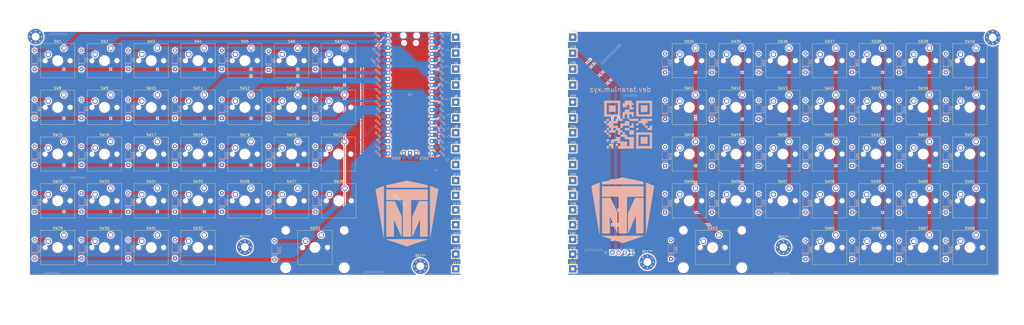
<source format=kicad_pcb>
(kicad_pcb (version 20241229) (generator "pcbnew") (generator_version "9.0")
  (layers (0 "F.Cu" signal) (2 "B.Cu" signal) (13 "F.Paste" user) (15 "B.Paste" user) (5 "F.SilkS" user "F.Silkscreen") (7 "B.SilkS" user "B.Silkscreen") (1 "F.Mask" user) (3 "B.Mask" user) (25 "Edge.Cuts" user))
  (net 0 "")
  (net 1 "Net-(D1-A)")
  (net 2 "COL0")
  (net 3 "Net-(D2-A)")
  (net 4 "COL1")
  (net 5 "Net-(D3-A)")
  (net 6 "COL2")
  (net 7 "Net-(D4-A)")
  (net 8 "COL3")
  (net 9 "Net-(D5-A)")
  (net 10 "COL4")
  (net 11 "Net-(D6-A)")
  (net 12 "COL5")
  (net 13 "COL6")
  (net 14 "Net-(D7-A)")
  (net 15 "Net-(D8-A)")
  (net 16 "Net-(D9-A)")
  (net 17 "Net-(D10-A)")
  (net 18 "Net-(D11-A)")
  (net 19 "Net-(D12-A)")
  (net 20 "Net-(D13-A)")
  (net 21 "Net-(D14-A)")
  (net 22 "Net-(D15-A)")
  (net 23 "Net-(D16-A)")
  (net 24 "Net-(D17-A)")
  (net 25 "Net-(D18-A)")
  (net 26 "Net-(D19-A)")
  (net 27 "Net-(D20-A)")
  (net 28 "Net-(D21-A)")
  (net 29 "Net-(D22-A)")
  (net 30 "Net-(D23-A)")
  (net 31 "Net-(D24-A)")
  (net 32 "Net-(D25-A)")
  (net 33 "Net-(D26-A)")
  (net 34 "Net-(D27-A)")
  (net 35 "Net-(D28-A)")
  (net 36 "Net-(D29-A)")
  (net 37 "Net-(D30-A)")
  (net 38 "Net-(D31-A)")
  (net 39 "Net-(D32-A)")
  (net 40 "Net-(D33-A)")
  (net 41 "ROW1a")
  (net 42 "Net-(D34-A)")
  (net 43 "Net-(D35-A)")
  (net 44 "Net-(D36-A)")
  (net 45 "Net-(D37-A)")
  (net 46 "Net-(D38-A)")
  (net 47 "ROW2a")
  (net 48 "Net-(D39-A)")
  (net 49 "Net-(D40-A)")
  (net 50 "Net-(D41-A)")
  (net 51 "Net-(D42-A)")
  (net 52 "Net-(D43-A)")
  (net 53 "Net-(D44-A)")
  (net 54 "Net-(D45-A)")
  (net 55 "Net-(D46-A)")
  (net 56 "Net-(D47-A)")
  (net 57 "Net-(D48-A)")
  (net 58 "Net-(D49-A)")
  (net 59 "Net-(D50-A)")
  (net 60 "Net-(D51-A)")
  (net 61 "Net-(D52-A)")
  (net 62 "Net-(D53-A)")
  (net 63 "Net-(D54-A)")
  (net 64 "Net-(D55-A)")
  (net 65 "Net-(D56-A)")
  (net 66 "Net-(D57-A)")
  (net 67 "Net-(D58-A)")
  (net 68 "Net-(D59-A)")
  (net 69 "Net-(D60-A)")
  (net 70 "Net-(D61-A)")
  (net 71 "Net-(D62-A)")
  (net 72 "Net-(D65-A)")
  (net 73 "Net-(D66-A)")
  (net 74 "ROW3a")
  (net 75 "ROW4a")
  (net 76 "ROW5a")
  (net 77 "SDA")
  (net 78 "SCL")
  (net 79 "Net-(D67-A)")
  (net 80 "Net-(D68-A)")
  (net 81 "ROW0")
  (net 82 "ROW1")
  (net 83 "ROW2")
  (net 84 "ROW3")
  (net 85 "COL7a")
  (net 86 "COL6a")
  (net 87 "COL5a")
  (net 88 "COL2a")
  (net 103 "COL1a")
  (net 104 "COL3a")
  (net 105 "COL4a")
  (net 106 "COL7b")
  (net 107 "COL6b")
  (net 108 "COL5b")
  (net 109 "ROW1b")
  (net 110 "COL2b")
  (net 111 "ROW2b")
  (net 112 "SCLb")
  (net 113 "SDAb")
  (net 114 "COL1b")
  (net 115 "ROW3b")
  (net 116 "COL3b")
  (net 117 "ROW4b")
  (net 118 "COL4b")
  (net 119 "ROW5b")
  (net 120 "ROW4")
  (net 121 "+3V3")
  (net 122 "+5V")
  (net 123 "GND")
  (net 124 "GND1")
  (net 125 "+5VA")
  (footprint "Taranium-libs:SW_Cherry_MX_1.00u_PCB" (layer "F.Cu") (at 330.99375 107.15625)
    (property "Reference" "SW56")
    (property "Value" "SW_Push")
  )
  (footprint "MountingHole:MountingHole_3.2mm_M3_Pad_Via" (layer "F.Cu") (at 292.35 137.2)
    (property "Reference" "REF**")
    (property "Value" "MountingHole_3.2mm_M3_Pad_Via")
  )
  (footprint "Taranium-libs:SW_Cherry_MX_1.00u_PCB" (layer "F.Cu") (at 369.09375 126.20625)
    (property "Reference" "SW65")
    (property "Value" "SW_Push")
  )
  (footprint "Button_Switch_Keyboard:SW_Cherry_MX_2.00u_PCB" (layer "F.Cu") (at 321.46875 126.20625)
    (property "Reference" "SW62")
    (property "Value" "SW_Push")
  )
  (footprint "TestPoint:TestPoint_THTPad_3.0x3.0mm_Drill1.5mm" (layer "F.Cu") (at 261.9375 58.5)
    (property "Reference" "J20")
    (property "Value" "Conn_01x01_Pin")
  )
  (footprint "Taranium-libs:SW_Cherry_MX_1.00u_PCB" (layer "F.Cu") (at 150.01875 88.10625)
    (property "Reference" "SW20")
    (property "Value" "SW_Push")
  )
  (footprint "Taranium-libs:SW_Cherry_MX_1.00u_PCB" (layer "F.Cu") (at 350.04375 88.10625)
    (property "Reference" "SW50")
    (property "Value" "SW_Push")
  )
  (footprint "TestPoint:TestPoint_THTPad_3.0x3.0mm_Drill1.5mm" (layer "F.Cu") (at 214.3125 128)
    (property "Reference" "J15")
    (property "Value" "Conn_01x01_Pin")
  )
  (footprint "Taranium-libs:SW_Cherry_MX_1.00u_PCB" (layer "F.Cu") (at 92.86875 69.05625)
    (property "Reference" "SW10")
    (property "Value" "SW_Push")
  )
  (footprint "Taranium-libs:SW_Cherry_MX_1.00u_PCB" (layer "F.Cu") (at 311.94375 107.15625)
    (property "Reference" "SW55")
    (property "Value" "SW_Push")
  )
  (footprint "Taranium-libs:SW_Cherry_MX_1.00u_PCB" (layer "F.Cu") (at 73.81875 69.05625)
    (property "Reference" "SW9")
    (property "Value" "SW_Push")
  )
  (footprint "Taranium-libs:SW_Cherry_MX_1.00u_PCB" (layer "F.Cu") (at 369.09375 50.00625)
    (property "Reference" "SW37")
    (property "Value" "SW_Push")
  )
  (footprint "Taranium-libs:SW_Cherry_MX_1.00u_PCB" (layer "F.Cu") (at 54.76875 107.15625)
    (property "Reference" "SW22")
    (property "Value" "SW_Push")
  )
  (footprint "TestPoint:TestPoint_THTPad_3.0x3.0mm_Drill1.5mm" (layer "F.Cu") (at 261.9375 72)
    (property "Reference" "J22")
    (property "Value" "Conn_01x01_Pin")
  )
  (footprint "Taranium-libs:SW_Cherry_MX_1.00u_PCB" (layer "F.Cu") (at 330.99375 50.00625)
    (property "Reference" "SW35")
    (property "Value" "SW_Push")
  )
  (footprint "TestPoint:TestPoint_THTPad_3.0x3.0mm_Drill1.5mm" (layer "F.Cu") (at 261.9375 110)
    (property "Reference" "J28")
    (property "Value" "Conn_01x01_Pin")
  )
  (footprint "Taranium-libs:SW_Cherry_MX_1.00u_PCB" (layer "F.Cu") (at 111.91875 126.20625)
    (property "Reference" "SW32")
    (property "Value" "SW_Push")
  )
  (footprint "TestPoint:TestPoint_THTPad_3.0x3.0mm_Drill1.5mm" (layer "F.Cu") (at 261.9375 78.5)
    (property "Reference" "J23")
    (property "Value" "Conn_01x01_Pin")
  )
  (footprint "Taranium-libs:SW_Cherry_MX_1.00u_PCB" (layer "F.Cu") (at 330.99375 69.05625)
    (property "Reference" "SW42")
    (property "Value" "SW_Push")
  )
  (footprint "Taranium-libs:SW_Cherry_MX_1.00u_PCB" (layer "F.Cu") (at 426.24375 126.20625)
    (property "Reference" "SW68")
    (property "Value" "SW_Push")
  )
  (footprint "Taranium-libs:SW_Cherry_MX_1.00u_PCB" (layer "F.Cu") (at 350.04375 69.05625)
    (property "Reference" "SW43")
    (property "Value" "SW_Push")
  )
  (footprint "Taranium-libs:SW_Cherry_MX_1.00u_PCB" (layer "F.Cu") (at 426.24375 50.00625)
    (property "Reference" "SW40")
    (property "Value" "SW_Push")
  )
  (footprint "Taranium-libs:SW_Cherry_MX_1.00u_PCB" (layer "F.Cu") (at 54.76875 88.10625)
    (property "Reference" "SW15")
    (property "Value" "SW_Push")
  )
  (footprint "Taranium-libs:SW_Cherry_MX_1.00u_PCB" (layer "F.Cu") (at 92.86875 50.00625)
    (property "Reference" "SW3")
    (property "Value" "SW_Push")
  )
  (footprint "Taranium-libs:SW_Cherry_MX_1.00u_PCB" (layer "F.Cu") (at 407.19375 126.20625)
    (property "Reference" "SW67")
    (property "Value" "SW_Push")
  )
  (footprint "TestPoint:TestPoint_THTPad_3.0x3.0mm_Drill1.5mm" (layer "F.Cu") (at 214.3125 104)
    (property "Reference" "J11")
    (property "Value" "Conn_01x01_Pin")
  )
  (footprint "Taranium-libs:SW_Cherry_MX_1.00u_PCB" (layer "F.Cu") (at 54.76875 69.05625)
    (property "Reference" "SW8")
    (property "Value" "SW_Push")
  )
  (footprint "TestPoint:TestPoint_THTPad_3.0x3.0mm_Drill1.5mm" (layer "F.Cu") (at 214.3125 78.5)
    (property "Reference" "J7")
    (property "Value" "Conn_01x01_Pin")
  )
  (footprint "Taranium-libs:SW_Cherry_MX_1.00u_PCB" (layer "F.Cu") (at 369.09375 107.15625)
    (property "Reference" "SW58")
    (property "Value" "SW_Push")
  )
  (footprint "Taranium-libs:SW_Cherry_MX_1.00u_PCB" (layer "F.Cu") (at 130.96875 69.05625)
    (property "Reference" "SW12")
    (property "Value" "SW_Push")
  )
  (footprint "Taranium-libs:SW_Cherry_MX_1.00u_PCB" (layer "F.Cu") (at 54.76875 126.20625)
    (property "Reference" "SW29")
    (property "Value" "SW_Push")
  )
  (footprint "Taranium-libs:SW_Cherry_MX_1.00u_PCB" (layer "F.Cu") (at 426.24375 69.05625)
    (property "Reference" "SW47")
    (property "Value" "SW_Push")
  )
  (footprint "TestPoint:TestPoint_THTPad_3.0x3.0mm_Drill1.5mm" (layer "F.Cu") (at 261.9375 91)
    (property "Reference" "J25")
    (property "Value" "Conn_01x01_Pin")
  )
  (footprint "TestPoint:TestPoint_THTPad_3.0x3.0mm_Drill1.5mm" (layer "F.Cu") (at 214.3125 122)
    (property "Reference" "J14")
    (property "Value" "Conn_01x01_Pin")
  )
  (footprint "Taranium-libs:SW_Cherry_MX_1.00u_PCB" (layer "F.Cu") (at 54.76875 50.00625)
    (property "Reference" "SW1")
    (property "Value" "SW_Push")
  )
  (footprint "TestPoint:TestPoint_THTPad_3.0x3.0mm_Drill1.5mm" (layer "F.Cu") (at 261.9375 52)
    (property "Reference" "J19")
    (property "Value" "Conn_01x01_Pin")
  )
  (footprint "TestPoint:TestPoint_THTPad_3.0x3.0mm_Drill1.5mm" (layer "F.Cu") (at 261.9375 45.5)
    (property "Reference" "J18")
    (property "Value" "Conn_01x01_Pin")
  )
  (footprint "Taranium-libs:SW_Cherry_MX_1.00u_PCB" (layer "F.Cu") (at 73.81875 50.00625)
    (property "Reference" "SW2")
    (property "Value" "SW_Push")
  )
  (footprint "Taranium-libs:SW_Cherry_MX_1.00u_PCB" (layer "F.Cu") (at 407.19375 69.05625)
    (property "Reference" "SW46")
    (property "Value" "SW_Push")
  )
  (footprint "TestPoint:TestPoint_THTPad_3.0x3.0mm_Drill1.5mm" (layer "F.Cu") (at 261.9375 104)
    (property "Reference" "J27")
    (property "Value" "Conn_01x01_Pin")
  )
  (footprint "Taranium-libs:SW_Cherry_MX_1.00u_PCB" (layer "F.Cu") (at 150.01875 50.00625)
    (property "Reference" "SW6")
    (property "Value" "SW_Push")
  )
  (footprint "TestPoint:TestPoint_THTPad_3.0x3.0mm_Drill1.5mm" (layer "F.Cu") (at 214.3125 65)
    (property "Reference" "J5")
    (property "Value" "Conn_01x01_Pin")
  )
  (footprint "Taranium-libs:SW_Cherry_MX_1.00u_PCB" (layer "F.Cu") (at 130.96875 88.10625)
    (property "Reference" "SW19")
    (property "Value" "SW_Push")
  )
  (footprint "TestPoint:TestPoint_THTPad_3.0x3.0mm_Drill1.5mm" (layer "F.Cu") (at 261.9375 84.5)
    (property "Reference" "J24")
    (property "Value" "Conn_01x01_Pin")
  )
  (footprint "Taranium-libs:SW_Cherry_MX_1.00u_PCB" (layer "F.Cu") (at 169.06875 69.05625)
    (property "Reference" "SW14")
    (property "Value" "SW_Push")
  )
  (footprint "TestPoint:TestPoint_THTPad_3.0x3.0mm_Drill1.5mm" (layer "F.Cu") (at 261.9375 65)
    (property "Reference" "J21")
    (property "Value" "Conn_01x01_Pin")
  )
  (footprint "TestPoint:TestPoint_THTPad_3.0x3.0mm_Drill1.5mm" (layer "F.Cu") (at 214.3125 72)
    (property "Reference" "J6")
    (property "Value" "Conn_01x01_Pin")
  )
  (footprint "Taranium-libs:SW_Cherry_MX_1.00u_PCB" (layer "F.Cu") (at 311.94375 50.00625)
    (property "Reference" "SW34")
    (property "Value" "SW_Push")
  )
  (footprint "Taranium-libs:SW_Cherry_MX_1.00u_PCB" (layer "F.Cu") (at 388.14375 69.05625)
    (property "Reference" "SW45")
    (property "Value" "SW_Push")
  )
  (footprint "Taranium-libs:SW_Cherry_MX_1.00u_PCB" (layer "F.Cu") (at 169.06875 88.10625)
    (property "Reference" "SW21")
    (property "Value" "SW_Push")
  )
  (footprint "Taranium-libs:SW_Cherry_MX_1.00u_PCB" (layer "F.Cu") (at 426.24375 88.10625)
    (property "Reference" "SW54")
    (property "Value" "SW_Push")
  )
  (footprint "Connector_PinSocket_2.54mm:PinSocket_1x04_P2.54mm_Vertical" (layer "F.Cu") (at 278.13 133.35 90)
    (property "Reference" "J1")
    (property "Value" "Conn_01x04_Pin")
  )
  (footprint "TestPoint:TestPoint_THTPad_3.0x3.0mm_Drill1.5mm" (layer "F.Cu") (at 261.9375 97.5)
    (property "Reference" "J26")
    (property "Value" "Conn_01x01_Pin")
  )
  (footprint "TestPoint:TestPoint_THTPad_3.0x3.0mm_Drill1.5mm" (layer "F.Cu") (at 214.3125 45.5)
    (property "Reference" "J2")
    (property "Value" "Conn_01x01_Pin")
  )
  (footprint "Taranium-libs:SW_Cherry_MX_1.00u_PCB" (layer "F.Cu") (at 426.24375 107.15625)
    (property "Reference" "SW61")
    (property "Value" "SW_Push")
  )
  (footprint "Taranium-libs:SW_Cherry_MX_1.00u_PCB" (layer "F.Cu") (at 111.91875 107.15625)
    (property "Reference" "SW25")
    (property "Value" "SW_Push")
  )
  (footprint "Taranium-libs:SW_Cherry_MX_1.00u_PCB" (layer "F.Cu") (at 111.91875 50.00625)
    (property "Reference" "SW4")
    (property "Value" "SW_Push")
  )
  (footprint "Taranium-libs:SW_Cherry_MX_1.00u_PCB" (layer "F.Cu") (at 150.01875 69.05625)
    (property "Reference" "SW13")
    (property "Value" "SW_Push")
  )
  (footprint "Taranium-libs:SW_Cherry_MX_1.00u_PCB" (layer "F.Cu") (at 73.81875 126.20625)
    (property "Reference" "SW30")
    (property "Value" "SW_Push")
  )
  (footprint "Taranium-libs:SW_Cherry_MX_1.00u_PCB" (layer "F.Cu") (at 388.14375 50.00625)
    (property "Reference" "SW38")
    (property "Value" "SW_Push")
  )
  (footprint "Taranium-libs:SW_Cherry_MX_1.00u_PCB" (layer "F.Cu") (at 369.09375 88.10625)
    (property "Reference" "SW51")
    (property "Value" "SW_Push")
  )
  (footprint "Taranium-libs:SW_Cherry_MX_1.00u_PCB" (layer "F.Cu") (at 169.2275 107.15625)
    (property "Reference" "SW28")
    (property "Value" "SW_Push")
  )
  (footprint "TestPoint:TestPoint_THTPad_3.0x3.0mm_Drill1.5mm" (layer "F.Cu") (at 214.3125 110)
    (property "Reference" "J12")
    (property "Value" "Conn_01x01_Pin")
  )
  (footprint "Taranium-libs:SW_Cherry_MX_1.00u_PCB" (layer "F.Cu") (at 350.04375 107.15625)
    (property "Reference" "SW57")
    (property "Value" "SW_Push")
  )
  (footprint "Taranium-libs:SW_Cherry_MX_1.00u_PCB" (layer "F.Cu") (at 150.01875 107.15625)
    (property "Reference" "SW27")
    (property "Value" "SW_Push")
  )
  (footprint "Taranium-libs:SW_Cherry_MX_1.00u_PCB" (layer "F.Cu") (at 407.19375 107.15625)
    (property "Reference" "SW60")
    (property "Value" "SW_Push")
  )
  (footprint "Button_Switch_Keyboard:SW_Cherry_MX_2.00u_PCB" (layer "F.Cu") (at 159.54375 126.20625)
    (property "Reference" "SW33")
    (property "Value" "SW_Push")
  )
  (footprint "Taranium-libs:SW_Cherry_MX_1.00u_PCB" (layer "F.Cu") (at 169.06875 50.00625)
    (property "Reference" "SW7")
    (property "Value" "SW_Push")
  )
  (footprint "TestPoint:TestPoint_THTPad_3.0x3.0mm_Drill1.5mm" (layer "F.Cu") (at 214.3125 91)
    (property "Reference" "J9")
    (property "Value" "Conn_01x01_Pin")
  )
  (footprint "Taranium-libs:SW_Cherry_MX_1.00u_PCB" (layer "F.Cu") (at 350.04375 50.00625)
    (property "Reference" "SW36")
    (property "Value" "SW_Push")
  )
  (footprint "MountingHole:MountingHole_3.2mm_M3_Pad_Via" (layer "F.Cu") (at 199.9 138.9)
    (property "Reference" "REF**")
    (property "Value" "MountingHole_3.2mm_M3_Pad_Via")
  )
  (footprint "Taranium-libs:SW_Cherry_MX_1.00u_PCB" (layer "F.Cu") (at 73.81875 107.15625)
    (property "Reference" "SW23")
    (property "Value" "SW_Push")
  )
  (footprint "Taranium-libs:SW_Cherry_MX_1.00u_PCB" (layer "F.Cu") (at 311.94375 69.05625)
    (property "Reference" "SW41")
    (property "Value" "SW_Push")
  )
  (footprint "TestPoint:TestPoint_THTPad_3.0x3.0mm_Drill1.5mm" (layer "F.Cu") (at 261.9375 140)
    (property "Reference" "J33")
    (property "Value" "Conn_01x01_Pin")
  )
  (footprint "Taranium-libs:SW_Cherry_MX_1.00u_PCB" (layer "F.Cu") (at 111.91875 69.05625)
    (property "Reference" "SW11")
    (property "Value" "SW_Push")
  )
  (footprint "TestPoint:TestPoint_THTPad_3.0x3.0mm_Drill1.5mm" (layer "F.Cu") (at 214.3125 97.5)
    (property "Reference" "J10")
    (property "Value" "Conn_01x01_Pin")
  )
  (footprint "Taranium-libs:SW_Cherry_MX_1.00u_PCB" (layer "F.Cu") (at 330.99375 88.10625)
    (property "Reference" "SW49")
    (property "Value" "SW_Push")
  )
  (footprint "TestPoint:TestPoint_THTPad_3.0x3.0mm_Drill1.5mm" (layer "F.Cu") (at 214.3125 134)
    (property "Reference" "J16")
    (property "Value" "Conn_01x01_Pin")
  )
  (footprint "TestPoint:TestPoint_THTPad_3.0x3.0mm_Drill1.5mm" (layer "F.Cu") (at 261.9375 122)
    (property "Reference" "J30")
    (property "Value" "Conn_01x01_Pin")
  )
  (footprint "Taranium-libs:SW_Cherry_MX_1.00u_PCB" (layer "F.Cu") (at 407.19375 50.00625)
    (property "Reference" "SW39")
    (property "Value" "SW_Push")
  )
  (footprint "MountingHole:MountingHole_3.2mm_M3_Pad_Via" (layer "F.Cu") (at 43.25 45.3)
    (property "Reference" "REF**")
    (property "Value" "MountingHole_3.2mm_M3_Pad_Via")
  )
  (footprint "TestPoint:TestPoint_THTPad_3.0x3.0mm_Drill1.5mm" (layer "F.Cu") (at 214.3125 140)
    (property "Reference" "J17")
    (property "Value" "Conn_01x01_Pin")
  )
  (footprint "Taranium-libs:SW_Cherry_MX_1.00u_PCB" (layer "F.Cu") (at 311.94375 88.10625)
    (property "Reference" "SW48")
    (property "Value" "SW_Push")
  )
  (footprint "MountingHole:MountingHole_3.2mm_M3_Pad_Via" (layer "F.Cu") (at 128.45 131.1)
    (property "Reference" "REF**")
    (property "Value" "MountingHole_3.2mm_M3_Pad_Via")
  )
  (footprint "MountingHole:MountingHole_3.2mm_M3_Pad_Via" (layer "F.Cu") (at 432.95 45.65)
    (property "Reference" "REF**")
    (property "Value" "MountingHole_3.2mm_M3_Pad_Via")
  )
  (footprint "Taranium-libs:SW_Cherry_MX_1.00u_PCB" (layer "F.Cu") (at 130.96875 107.15625)
    (property "Reference" "SW26")
    (property "Value" "SW_Push")
  )
  (footprint "TestPoint:TestPoint_THTPad_3.0x3.0mm_Drill1.5mm" (layer "F.Cu") (at 214.3125 52)
    (property "Reference" "J3")
    (property "Value" "Conn_01x01_Pin")
  )
  (footprint "TestPoint:TestPoint_THTPad_3.0x3.0mm_Drill1.5mm" (layer "F.Cu") (at 261.9375 116)
    (property "Reference" "J29")
    (property "Value" "Conn_01x01_Pin")
  )
  (footprint "Taranium-libs:SW_Cherry_MX_1.00u_PCB" (layer "F.Cu") (at 388.14375 126.20625)
    (property "Reference" "SW66")
    (property "Value" "SW_Push")
  )
  (footprint "Taranium-libs:SW_Cherry_MX_1.00u_PCB" (layer "F.Cu") (at 92.86875 126.20625)
    (property "Reference" "SW31")
    (property "Value" "SW_Push")
  )
  (footprint "Taranium-libs:SW_Cherry_MX_1.00u_PCB" (layer "F.Cu") (at 111.91875 88.10625)
    (property "Reference" "SW18")
    (property "Value" "SW_Push")
  )
  (footprint "Taranium-libs:SW_Cherry_MX_1.00u_PCB" (layer "F.Cu") (at 387.985 107.15625)
    (property "Reference" "SW59")
    (property "Value" "SW_Push")
  )
  (footprint "Taranium-libs:SW_Cherry_MX_1.00u_PCB" (layer "F.Cu") (at 387.985 88.10625)
    (property "Reference" "SW52")
    (property "Value" "SW_Push")
  )
  (footprint "TestPoint:TestPoint_THTPad_3.0x3.0mm_Drill1.5mm" (layer "F.Cu") (at 214.3125 84.5)
    (property "Reference" "J8")
    (property "Value" "Conn_01x01_Pin")
  )
  (footprint "MountingHole:MountingHole_3.2mm_M3_Pad_Via" (layer "F.Cu") (at 347.75 131.2)
    (property "Reference" "REF**")
    (property "Value" "MountingHole_3.2mm_M3_Pad_Via")
  )
  (footprint "Taranium-libs:SW_Cherry_MX_1.00u_PCB" (layer "F.Cu") (at 92.86875 88.10625)
    (property "Reference" "SW17")
    (property "Value" "SW_Push")
  )
  (footprint "Taranium-libs:SW_Cherry_MX_1.00u_PCB" (layer "F.Cu") (at 73.81875 88.10625)
    (property "Reference" "SW16")
    (property "Value" "SW_Push")
  )
  (footprint "Taranium-libs:SW_Cherry_MX_1.00u_PCB" (layer "F.Cu") (at 92.86875 107.15625)
    (property "Reference" "SW24")
    (property "Value" "SW_Push")
  )
  (footprint "TestPoint:TestPoint_THTPad_3.0x3.0mm_Drill1.5mm" (layer "F.Cu") (at 214.3125 58.5)
    (property "Reference" "J4")
    (property "Value" "Conn_01x01_Pin")
  )
  (footprint "TestPoint:TestPoint_THTPad_3.0x3.0mm_Drill1.5mm" (layer "F.Cu") (at 261.9375 134)
    (property "Reference" "J32")
    (property "Value" "Conn_01x01_Pin")
  )
  (footprint "Taranium-libs:SW_Cherry_MX_1.00u_PCB" (layer "F.Cu") (at 130.96875 50.00625)
    (property "Reference" "SW5")
    (property "Value" "SW_Push")
  )
  (footprint "Taranium-libs:SW_Cherry_MX_1.00u_PCB" (layer "F.Cu") (at 369.09375 69.05625)
    (property "Reference" "SW44")
    (property "Value" "SW_Push")
  )
  (footprint "TestPoint:TestPoint_THTPad_3.0x3.0mm_Drill1.5mm" (layer "F.Cu") (at 214.3125 116)
    (property "Reference" "J13")
    (property "Value" "Conn_01x01_Pin")
  )
  (footprint "Taranium-libs:SW_Cherry_MX_1.00u_PCB" (layer "F.Cu") (at 407.19375 88.10625)
    (property "Reference" "SW53")
    (property "Value" "SW_Push")
  )
  (footprint "TestPoint:TestPoint_THTPad_3.0x3.0mm_Drill1.5mm" (layer "F.Cu") (at 261.9375 128)
    (property "Reference" "J31")
    (property "Value" "Conn_01x01_Pin")
  )
  (footprint "Diode_THT:D_DO-35_SOD27_P7.62mm_Horizontal" (layer "B.Cu") (at 337.66125 78.89875 90)
    (property "Reference" "D43")
    (property "Value" "D_Small")
  )
  (footprint "Diode_THT:D_DO-35_SOD27_P7.62mm_Horizontal" (layer "B.Cu") (at 119.0625 78.58125 90)
    (property "Reference" "D12")
    (property "Value" "D_Small")
  )
  (footprint "Diode_THT:D_DO-35_SOD27_P7.62mm_Horizontal" (layer "B.Cu") (at 299.56125 116.99875 90)
    (property "Reference" "D55")
    (property "Value" "D_Small")
  )
  (footprint "Diode_THT:D_DO-35_SOD27_P7.62mm_Horizontal" (layer "B.Cu") (at 80.9625 78.58125 90)
    (property "Reference" "D10")
    (property "Value" "D_Small")
  )
  (footprint "Diode_THT:D_DO-35_SOD27_P7.62mm_Horizontal" (layer "B.Cu") (at 299.56125 97.94875 90)
    (property "Reference" "D48")
    (property "Value" "D_Small")
  )
  (footprint "Diode_THT:D_DO-35_SOD27_P7.62mm_Horizontal" (layer "B.Cu") (at 413.86125 78.89875 90)
    (property "Reference" "D47")
    (property "Value" "D_Small")
  )
  (footprint "Diode_THT:D_DO-35_SOD27_P7.62mm_Horizontal" (layer "B.Cu") (at 356.71125 116.99875 90)
    (property "Reference" "D58")
    (property "Value" "D_Small")
  )
  (footprint "Diode_THT:D_DO-35_SOD27_P7.62mm_Horizontal" (layer "B.Cu") (at 394.81125 136.04875 90)
    (property "Reference" "D67")
    (property "Value" "D_Small")
  )
  (footprint "Diode_THT:D_DO-35_SOD27_P7.62mm_Horizontal" (layer "B.Cu") (at 61.9125 58.57875 90)
    (property "Reference" "D2")
    (property "Value" "D_Small")
  )
  (footprint "Taranium-libs:RPi_Pico_SMD_TH" (layer "B.Cu") (at 195.69 68.83 180)
    (property "Reference" "U1")
    (property "Value" "Pico" (hide yes))
  )
  (footprint "Diode_THT:D_DO-35_SOD27_P7.62mm_Horizontal" (layer "B.Cu") (at 394.81125 59.84875 90)
    (property "Reference" "D39")
    (property "Value" "D_Small")
  )
  (footprint "Diode_THT:D_DO-35_SOD27_P7.62mm_Horizontal" (layer "B.Cu") (at 100.0125 97.63125 90)
    (property "Reference" "D21")
    (property "Value" "D_Small")
  )
  (footprint "Diode_THT:D_DO-35_SOD27_P7.62mm_Horizontal" (layer "B.Cu") (at 157.1625 78.58125 90)
    (property "Reference" "D14")
    (property "Value" "D_Small")
  )
  (footprint "Diode_THT:D_DO-35_SOD27_P7.62mm_Horizontal" (layer "B.Cu") (at 394.81125 116.99875 90)
    (property "Reference" "D60")
    (property "Value" "D_Small")
  )
  (footprint "Diode_THT:D_DO-35_SOD27_P7.62mm_Horizontal" (layer "B.Cu") (at 119.0625 58.57875 90)
    (property "Reference" "D5")
    (property "Value" "D_Small")
  )
  (footprint "Diode_THT:D_DO-35_SOD27_P7.62mm_Horizontal" (layer "B.Cu") (at 138.1125 58.89625 90)
    (property "Reference" "D6")
    (property "Value" "D_Small")
  )
  (footprint "Diode_THT:D_DO-35_SOD27_P7.62mm_Horizontal" (layer "B.Cu") (at 61.9125 116.68125 90)
    (property "Reference" "D18")
    (property "Value" "D_Small")
  )
  (footprint "Diode_THT:D_DO-35_SOD27_P7.62mm_Horizontal" (layer "B.Cu") (at 318.61125 97.94875 90)
    (property "Reference" "D49")
    (property "Value" "D_Small")
  )
  (footprint "Diode_THT:D_DO-35_SOD27_P7.62mm_Horizontal" (layer "B.Cu") (at 61.9125 97.63125 90)
    (property "Reference" "D17")
    (property "Value" "D_Small")
  )
  (footprint "Diode_THT:D_DO-35_SOD27_P7.62mm_Horizontal" (layer "B.Cu") (at 140.49375 136.2075 90)
    (property "Reference" "D33")
    (property "Value" "D_Small")
  )
  (footprint "Diode_THT:D_DO-35_SOD27_P7.62mm_Horizontal" (layer "B.Cu") (at 42.8625 116.68125 90)
    (property "Reference" "D16")
    (property "Value" "D_Small")
  )
  (footprint "Diode_THT:D_DO-35_SOD27_P7.62mm_Horizontal" (layer "B.Cu") (at 80.9625 97.63125 90)
    (property "Reference" "D19")
    (property "Value" "D_Small")
  )
  (footprint "Diode_THT:D_DO-35_SOD27_P7.62mm_Horizontal" (layer "B.Cu") (at 100.0125 78.58125 90)
    (property "Reference" "D11")
    (property "Value" "D_Small")
  )
  (footprint "Diode_THT:D_DO-35_SOD27_P7.62mm_Horizontal" (layer "B.Cu") (at 301.9425 135.95375 90)
    (property "Reference" "D62")
    (property "Value" "D_Small")
  )
  (footprint "Diode_THT:D_DO-35_SOD27_P7.62mm_Horizontal" (layer "B.Cu") (at 157.1625 58.57875 90)
    (property "Reference" "D7")
    (property "Value" "D_Small")
  )
  (footprint "Diode_THT:D_DO-35_SOD27_P7.62mm_Horizontal" (layer "B.Cu") (at 375.76125 97.94875 90)
    (property "Reference" "D52")
    (property "Value" "D_Small")
  )
  (footprint "Diode_THT:D_DO-35_SOD27_P7.62mm_Horizontal" (layer "B.Cu") (at 356.71125 136.04875 90)
    (property "Reference" "D65")
    (property "Value" "D_Small")
  )
  (footprint "Diode_THT:D_DO-35_SOD27_P7.62mm_Horizontal" (layer "B.Cu") (at 80.9625 116.68125 90)
    (property "Reference" "D20")
    (property "Value" "D_Small")
  )
  (footprint "Diode_THT:D_DO-35_SOD27_P7.62mm_Horizontal" (layer "B.Cu") (at 375.76125 136.04875 90)
    (property "Reference" "D66")
    (property "Value" "D_Small")
  )
  (footprint "Diode_THT:D_DO-35_SOD27_P7.62mm_Horizontal" (layer "B.Cu") (at 356.71125 97.94875 90)
    (property "Reference" "D51")
    (property "Value" "D_Small")
  )
  (footprint "Diode_THT:D_DO-35_SOD27_P7.62mm_Horizontal" (layer "B.Cu") (at 42.8625 58.57875 90)
    (property "Reference" "D1")
    (property "Value" "D_Small")
  )
  (footprint "Diode_THT:D_DO-35_SOD27_P7.62mm_Horizontal" (layer "B.Cu") (at 42.8625 135.73125 90)
    (property "Reference" "D29")
    (property "Value" "D_Small")
  )
  (footprint "Diode_THT:D_DO-35_SOD27_P7.62mm_Horizontal" (layer "B.Cu") (at 413.86125 59.84875 90)
    (property "Reference" "D40")
    (property "Value" "D_Small")
  )
  (footprint "Diode_THT:D_DO-35_SOD27_P7.62mm_Horizontal" (layer "B.Cu") (at 119.0625 97.63125 90)
    (property "Reference" "D23")
    (property "Value" "D_Small")
  )
  (footprint "Diode_THT:D_DO-35_SOD27_P7.62mm_Horizontal" (layer "B.Cu") (at 61.9125 78.58125 90)
    (property "Reference" "D9")
    (property "Value" "D_Small")
  )
  (footprint "Diode_THT:D_DO-35_SOD27_P7.62mm_Horizontal" (layer "B.Cu") (at 157.1625 97.63125 90)
    (property "Reference" "D27")
    (property "Value" "D_Small")
  )
  (footprint "Diode_THT:D_DO-35_SOD27_P7.62mm_Horizontal" (layer "B.Cu") (at 356.71125 78.89875 90)
    (property "Reference" "D44")
    (property "Value" "D_Small")
  )
  (footprint "Diode_THT:D_DO-35_SOD27_P7.62mm_Horizontal" (layer "B.Cu") (at 337.66125 97.94875 90)
    (property "Reference" "D50")
    (property "Value" "D_Small")
  )
  (footprint "Diode_THT:D_DO-35_SOD27_P7.62mm_Horizontal" (layer "B.Cu") (at 299.56125 78.89875 90)
    (property "Reference" "D41")
    (property "Value" "D_Small")
  )
  (footprint "Diode_THT:D_DO-35_SOD27_P7.62mm_Horizontal" (layer "B.Cu") (at 375.76125 78.89875 90)
    (property "Reference" "D45")
    (property "Value" "D_Small")
  )
  (footprint "Diode_THT:D_DO-35_SOD27_P7.62mm_Horizontal" (layer "B.Cu") (at 413.86125 97.94875 90)
    (property "Reference" "D54")
    (property "Value" "D_Small")
  )
  (footprint "Diode_THT:D_DO-35_SOD27_P7.62mm_Horizontal" (layer "B.Cu") (at 80.9625 58.57875 90)
    (property "Reference" "D3")
    (property "Value" "D_Small")
  )
  (footprint "Diode_THT:D_DO-35_SOD27_P7.62mm_Horizontal" (layer "B.Cu") (at 138.1125 116.68125 90)
    (property "Reference" "D26")
    (property "Value" "D_Small")
  )
  (footprint "Diode_THT:D_DO-35_SOD27_P7.62mm_Horizontal" (layer "B.Cu") (at 42.8625 97.63125 90)
    (property "Reference" "D15")
    (property "Value" "D_Small")
  )
  (footprint "Diode_THT:D_DO-35_SOD27_P7.62mm_Horizontal" (layer "B.Cu") (at 157.1625 116.68125 90)
    (property "Reference" "D28")
    (property "Value" "D_Small")
  )
  (footprint "Diode_THT:D_DO-35_SOD27_P7.62mm_Horizontal" (layer "B.Cu") (at 318.61125 116.99875 90)
    (property "Reference" "D56")
    (property "Value" "D_Small")
  )
  (footprint "Diode_THT:D_DO-35_SOD27_P7.62mm_Horizontal" (layer "B.Cu") (at 80.9625 135.73125 90)
    (property "Reference" "D31")
    (property "Value" "D_Small")
  )
  (footprint "Diode_THT:D_DO-35_SOD27_P7.62mm_Horizontal" (layer "B.Cu") (at 356.71125 59.84875 90)
    (property "Reference" "D37")
    (property "Value" "D_Small")
  )
  (footprint "Diode_THT:D_DO-35_SOD27_P7.62mm_Horizontal" (layer "B.Cu") (at 138.1125 97.63125 90)
    (property "Reference" "D25")
    (property "Value" "D_Small")
  )
  (footprint "Diode_THT:D_DO-35_SOD27_P7.62mm_Horizontal" (layer "B.Cu") (at 42.8625 78.58125 90)
    (property "Reference" "D8")
    (property "Value" "D_Small")
  )
  (footprint "Diode_THT:D_DO-35_SOD27_P7.62mm_Horizontal" (layer "B.Cu") (at 61.9125 135.73125 90)
    (property "Reference" "D30")
    (property "Value" "D_Small")
  )
  (footprint "Diode_THT:D_DO-35_SOD27_P7.62mm_Horizontal" (layer "B.Cu") (at 337.66125 116.99875 90)
    (property "Reference" "D57")
    (property "Value" "D_Small")
  )
  (footprint "Diode_THT:D_DO-35_SOD27_P7.62mm_Horizontal" (layer "B.Cu") (at 100.0125 116.68125 90)
    (property "Reference" "D22")
    (property "Value" "D_Small")
  )
  (footprint "Diode_THT:D_DO-35_SOD27_P7.62mm_Horizontal" (layer "B.Cu") (at 394.81125 97.94875 90)
    (property "Reference" "D53")
    (property "Value" "D_Small")
  )
  (footprint "Diode_THT:D_DO-35_SOD27_P7.62mm_Horizontal" (layer "B.Cu") (at 138.1125 78.58125 90)
    (property "Reference" "D13")
    (property "Value" "D_Small")
  )
  (footprint "Diode_THT:D_DO-35_SOD27_P7.62mm_Horizontal" (layer "B.Cu") (at 394.81125 78.89875 90)
    (property "Reference" "D46")
    (property "Value" "D_Small")
  )
  (footprint "Diode_THT:D_DO-35_SOD27_P7.62mm_Horizontal" (layer "B.Cu") (at 375.76125 59.84875 90)
    (property "Reference" "D38")
    (property "Value" "D_Small")
  )
  (footprint "Diode_THT:D_DO-35_SOD27_P7.62mm_Horizontal" (layer "B.Cu") (at 100.0125 135.73125 90)
    (property "Reference" "D32")
    (property "Value" "D_Small")
  )
  (footprint "Diode_THT:D_DO-35_SOD27_P7.62mm_Horizontal" (layer "B.Cu") (at 413.86125 136.04875 90)
    (property "Reference" "D68")
    (property "Value" "D_Small")
  )
  (footprint "Diode_THT:D_DO-35_SOD27_P7.62mm_Horizontal" (layer "B.Cu") (at 318.61125 78.89875 90)
    (property "Reference" "D42")
    (property "Value" "D_Small")
  )
  (footprint "Diode_THT:D_DO-35_SOD27_P7.62mm_Horizontal" (layer "B.Cu") (at 100.0125 58.57875 90)
    (property "Reference" "D4")
    (property "Value" "D_Small")
  )
  (footprint "Diode_THT:D_DO-35_SOD27_P7.62mm_Horizontal" (layer "B.Cu") (at 299.56125 59.84875 90)
    (property "Reference" "D34")
    (property "Value" "D_Small")
  )
  (footprint "Diode_THT:D_DO-35_SOD27_P7.62mm_Horizontal" (layer "B.Cu") (at 413.86125 116.99875 90)
    (property "Reference" "D61")
    (property "Value" "D_Small")
  )
  (footprint "Diode_THT:D_DO-35_SOD27_P7.62mm_Horizontal" (layer "B.Cu") (at 337.66125 59.84875 90)
    (property "Reference" "D36")
    (property "Value" "D_Small")
  )
  (footprint "Diode_THT:D_DO-35_SOD27_P7.62mm_Horizontal" (layer "B.Cu") (at 119.0625 116.68125 90)
    (property "Reference" "D24")
    (property "Value" "D_Small")
  )
  (footprint "Diode_THT:D_DO-35_SOD27_P7.62mm_Horizontal" (layer "B.Cu") (at 318.61125 59.84875 90)
    (property "Reference" "D35")
    (property "Value" "D_Small")
  )
  (footprint "Diode_THT:D_DO-35_SOD27_P7.62mm_Horizontal" (layer "B.Cu") (at 375.76125 116.99875 90)
    (property "Reference" "D59")
    (property "Value" "D_Small")
  )
  (gr_poly (pts (xy 207.224999 107.524634) (xy 203.917707 127.5) (xy 203.917707 106.201043)) (fill yes) (layer "F.SilkS"))
  (gr_poly (pts (xy 280.157009 117.21497) (xy 280.157009 125.626471) (xy 273.9393 111.222038) (xy 277.485643 111.222038)) (fill yes) (layer "F.SilkS"))
  (gr_poly (pts (xy 192.276042 118.559334) (xy 192.276042 126.970835) (xy 186.058333 112.566402) (xy 189.604676 112.566402)) (fill yes) (layer "F.SilkS"))
  (gr_poly (pts (xy 295.105966 106.18027) (xy 291.798674 126.155636) (xy 291.798674 104.856679)) (fill yes) (layer "F.SilkS"))
  (gr_poly (pts (xy 282.339821 129.462927) (xy 273.804495 126.585585) (xy 290.875147 126.585585)) (fill yes) (layer "F.SilkS"))
  (gr_poly (pts (xy 196.1125 126.838543) (xy 192.805207 126.838543) (xy 192.805207 111.889585) (xy 196.1125 111.889585)) (fill yes) (layer "F.SilkS"))
  (gr_poly (pts (xy 202.859376 126.796076) (xy 199.832276 126.796076) (xy 199.832276 112.48749) (xy 202.859376 112.48749)) (fill yes) (layer "F.SilkS"))
  (gr_poly (pts (xy 202.859376 111.889585) (xy 186.058333 111.889585) (xy 186.058333 107.656252) (xy 202.859376 107.656252)) (fill yes) (layer "F.SilkS"))
  (gr_poly (pts (xy 196.641666 126.838543) (xy 196.641666 118.881992) (xy 199.408414 112.418751) (xy 202.842176 112.418751)) (fill yes) (layer "F.SilkS"))
  (gr_poly (pts (xy 283.993467 125.494179) (xy 280.686174 125.494179) (xy 280.686174 110.545221) (xy 283.993467 110.545221)) (fill yes) (layer "F.SilkS"))
  (gr_poly (pts (xy 189.119033 126.844364) (xy 186.083468 126.844364) (xy 186.083468 112.551043) (xy 189.119033 112.551043)) (fill yes) (layer "F.SilkS"))
  (gr_poly (pts (xy 185 127.5) (xy 181.692709 107.524634) (xy 185 106.201043)) (fill yes) (layer "F.SilkS"))
  (gr_poly (pts (xy 290.740343 110.545221) (xy 273.9393 110.545221) (xy 273.9393 106.311888) (xy 290.740343 106.311888)) (fill yes) (layer "F.SilkS"))
  (gr_poly (pts (xy 290.740343 104.585812) (xy 290.740343 105.518138) (xy 273.9393 105.518138) (xy 273.9393 104.585812) (xy 282.339821 102.740013)) (fill yes) (layer "F.SilkS"))
  (gr_poly (pts (xy 194.458854 130.807291) (xy 185.923528 127.929949) (xy 202.99418 127.929949)) (fill yes) (layer "F.SilkS"))
  (gr_poly (pts (xy 202.859376 105.930176) (xy 202.859376 106.862502) (xy 186.058333 106.862502) (xy 186.058333 105.930176) (xy 194.458854 104.084377)) (fill yes) (layer "F.SilkS"))
  (gr_poly (pts (xy 290.740343 125.451712) (xy 287.713243 125.451712) (xy 287.713243 111.143126) (xy 290.740343 111.143126)) (fill yes) (layer "F.SilkS"))
  (gr_poly (pts (xy 272.880967 126.155636) (xy 269.573676 106.18027) (xy 272.880967 104.856679)) (fill yes) (layer "F.SilkS"))
  (gr_poly (pts (xy 284.522633 125.494179) (xy 284.522633 117.537628) (xy 287.289381 111.074387) (xy 290.723143 111.074387)) (fill yes) (layer "F.SilkS"))
  (gr_poly (pts (xy 277 125.5) (xy 273.964435 125.5) (xy 273.964435 111.206679) (xy 277 111.206679)) (fill yes) (layer "F.SilkS"))
  (gr_poly (pts (xy 194.492455 130.759003) (xy 203.027781 127.881661) (xy 185.957129 127.881661)) (fill yes) (layer "B.SilkS"))
  (gr_poly (pts (xy 291.832276 126.107348) (xy 295.139567 106.131982) (xy 291.832276 104.808391)) (fill yes) (layer "B.SilkS"))
  (gr_poly (pts (xy 287.785938 82.556249) (xy 287.785938 83.416145) (xy 288.711979 83.416145) (xy 288.711979 82.490103)) (fill yes) (layer "B.SilkS"))
  (gr_poly (pts (xy 283.15573 72.369791) (xy 282.295834 72.369791) (xy 282.295834 74.023437) (xy 284.081771 74.023437) (xy 284.081771 73.163541) (xy 285.007813 73.163541) (xy 285.007813 75.015625) (xy 286.79375 75.015625) (xy 286.79375 74.221875) (xy 286 74.221875) (xy 286 73.163541) (xy 286.79375 73.163541) (xy 286.79375 72.369791) (xy 286 72.369791) (xy 286 71.377604) (xy 283.15573 71.377604)) (fill yes) (layer "B.SilkS"))
  (gr_poly (pts (xy 276.673438 89.898436) (xy 277.59948 89.898436) (xy 277.59948 90.95677) (xy 278.525522 90.95677) (xy 278.525522 88.972395) (xy 276.673438 88.972395)) (fill yes) (layer "B.SilkS"))
  (gr_poly (pts (xy 275.813542 83.482291) (xy 276.673438 83.482291) (xy 276.673438 82.490103) (xy 275.813542 82.490103)) (fill yes) (layer "B.SilkS"))
  (gr_poly (pts (xy 279.451563 79.711978) (xy 278.525522 79.711978) (xy 278.525522 78.785937) (xy 277.533333 78.785937) (xy 277.533333 79.711978) (xy 276.673438 79.711978) (xy 276.673438 80.571874) (xy 275.813542 80.571874) (xy 275.813542 81.497916) (xy 276.673438 81.497916) (xy 276.673438 82.490103) (xy 277.533333 82.490103) (xy 277.533333 83.482291) (xy 276.673438 83.482291) (xy 276.673438 84.408332) (xy 279.451563 84.408332) (xy 279.451563 83.482291) (xy 278.525522 83.482291) (xy 278.525522 82.490103) (xy 279.451563 82.490103) (xy 279.451563 83.482291) (xy 280.311459 83.482291) (xy 280.311459 85.268228) (xy 281.303647 85.268228) (xy 281.303647 84.276041) (xy 282.229688 84.276041) (xy 282.229688 83.482291) (xy 281.303647 83.482291) (xy 281.303647 82.490103) (xy 280.377605 82.490103) (xy 280.377605 81.630208) (xy 278.525522 81.630208) (xy 278.525522 80.571874) (xy 280.377605 80.571874) (xy 280.311459 78.785937) (xy 279.451563 78.785937)) (fill yes) (layer "B.SilkS"))
  (gr_poly (pts (xy 186.091933 126.747788) (xy 189.119033 126.747788) (xy 189.119033 112.439202) (xy 186.091933 112.439202)) (fill yes) (layer "B.SilkS"))
  (gr_poly (pts (xy 274.755209 80.571874) (xy 275.813542 80.571874) (xy 275.813542 79.711978) (xy 274.755209 79.711978)) (fill yes) (layer "B.SilkS"))
  (gr_poly (pts (xy 283.15573 76.007812) (xy 282.295834 76.007812) (xy 282.295834 78.785937) (xy 283.15573 78.785937) (xy 283.15573 77) (xy 284.081771 77) (xy 284.081771 78.785937) (xy 285.007813 78.785937) (xy 285.007813 77) (xy 286 77) (xy 286 77.926041) (xy 286.79375 77.926041) (xy 286.79375 76.007812) (xy 285.007813 76.007812) (xy 285.007813 75.015625) (xy 283.15573 75.015625)) (fill yes) (layer "B.SilkS"))
  (gr_poly (pts (xy 275.813542 79.711978) (xy 276.673438 79.711978) (xy 276.673438 78.785937) (xy 275.813542 78.785937)) (fill yes) (layer "B.SilkS"))
  (gr_poly (pts (xy 289.638021 88.972395) (xy 292.416146 88.972395) (xy 292.416146 86.19427) (xy 289.638021 86.19427)) (fill yes) (layer "B.SilkS"))
  (gr_poly (pts (xy 280.19061 125.445891) (xy 280.19061 117.48934) (xy 277.423862 111.026099) (xy 273.9901 111.026099)) (fill yes) (layer "B.SilkS"))
  (gr_poly (pts (xy 192.838809 126.790255) (xy 196.146102 126.790255) (xy 196.146102 111.841297) (xy 192.838809 111.841297)) (fill yes) (layer "B.SilkS"))
  (gr_poly (pts (xy 287.713243 125.451712) (xy 290.748808 125.451712) (xy 290.748808 111.158391) (xy 287.713243 111.158391)) (fill yes) (layer "B.SilkS"))
  (gr_poly (pts (xy 196.675267 118.511046) (xy 196.675267 126.922547) (xy 202.892976 112.518114) (xy 199.346633 112.518114)) (fill yes) (layer "B.SilkS"))
  (gr_poly (pts (xy 291.490104 82.490103) (xy 292.416146 82.490103) (xy 292.482292 81.564062) (xy 291.490104 81.564062)) (fill yes) (layer "B.SilkS"))
  (gr_poly (pts (xy 273.9729 104.537524) (xy 273.9729 105.46985) (xy 290.773943 105.46985) (xy 290.773943 104.537524) (xy 282.373422 102.691725)) (fill yes) (layer "B.SilkS"))
  (gr_poly (pts (xy 283.15573 83.482291) (xy 285.007813 83.482291) (xy 285.007813 82.556249) (xy 283.15573 82.490103)) (fill yes) (layer "B.SilkS"))
  (gr_poly (pts (xy 285.007813 79.711978) (xy 288.711979 79.711978) (xy 288.778125 78.785937) (xy 285.007813 78.785937)) (fill yes) (layer "B.SilkS"))
  (gr_poly (pts (xy 283.15573 80.704166) (xy 281.303647 80.704166) (xy 281.303647 82.490103) (xy 282.229688 82.490103) (xy 282.229688 81.630208) (xy 285.007813 81.630208) (xy 285.007813 79.778124) (xy 285.007813 79.711978) (xy 283.15573 79.711978)) (fill yes) (layer "B.SilkS"))
  (gr_poly (pts (xy 287.785938 81.564062) (xy 288.711979 81.564062) (xy 288.711979 80.63802) (xy 287.785938 80.63802)) (fill yes) (layer "B.SilkS"))
  (gr_poly (pts (xy 281.303647 79.711978) (xy 282.295834 79.711978) (xy 282.295834 78.785937) (xy 281.303647 78.785937)) (fill yes) (layer "B.SilkS"))
  (gr_poly (pts (xy 285.007813 83.482291) (xy 285.007813 85.268228) (xy 286.859896 85.268228) (xy 286.859896 83.416145)) (fill yes) (layer "B.SilkS"))
  (gr_poly (pts (xy 275.747397 88.1125) (xy 276.673438 88.1125) (xy 276.673438 87.980208) (xy 276.673438 87.120311) (xy 275.747397 87.120311)) (fill yes) (layer "B.SilkS"))
  (gr_poly (pts (xy 289.704167 76.073958) (xy 292.416146 75.941666) (xy 292.416146 73.295833) (xy 289.704167 73.295833)) (fill yes) (layer "B.SilkS"))
  (gr_poly (pts (xy 273.9729 125.403424) (xy 277 125.403424) (xy 277 111.094838) (xy 273.9729 111.094838)) (fill yes) (layer "B.SilkS"))
  (gr_poly (pts (xy 285.933855 81.630208) (xy 285.007813 81.630208) (xy 285.007813 82.490103) (xy 286.859896 82.490103) (xy 286.79375 80.704166) (xy 285.933855 80.704166)) (fill yes) (layer "B.SilkS"))
  (gr_poly (pts (xy 186.091933 105.881888) (xy 186.091933 106.814214) (xy 202.892976 106.814214) (xy 202.892976 105.881888) (xy 194.492455 104.036089)) (fill yes) (layer "B.SilkS"))
  (gr_poly (pts (xy 280.719776 125.445891) (xy 284.027069 125.445891) (xy 284.027069 110.496933) (xy 280.719776 110.496933)) (fill yes) (layer "B.SilkS"))
  (gr_poly (pts (xy 186.091933 111.841297) (xy 202.892976 111.841297) (xy 202.892976 107.607964) (xy 186.091933 107.607964)) (fill yes) (layer "B.SilkS"))
  (gr_poly (pts (xy 284.556234 117.166682) (xy 284.556234 125.578183) (xy 290.773943 111.17375) (xy 287.2276 111.17375)) (fill yes) (layer "B.SilkS"))
  (gr_poly (pts (xy 273.9729 110.496933) (xy 290.773943 110.496933) (xy 290.773943 106.2636) (xy 273.9729 106.2636)) (fill yes) (layer "B.SilkS"))
  (gr_poly (pts (xy 287.785938 90.95677) (xy 294.268229 90.95677) (xy 294.268229 89.898436) (xy 293.342187 89.898436) (xy 288.711979 89.898436) (xy 288.711979 85.268228) (xy 293.342187 85.268228) (xy 293.342187 89.898436) (xy 294.268229 89.898436) (xy 294.268229 84.342186) (xy 287.785938 84.342186)) (fill yes) (layer "B.SilkS"))
  (gr_poly (pts (xy 192.309643 126.790255) (xy 192.309643 118.833704) (xy 189.542895 112.370463) (xy 186.109133 112.370463)) (fill yes) (layer "B.SilkS"))
  (gr_poly (pts (xy 275.747397 90.95677) (xy 276.673438 90.95677) (xy 276.673438 89.898436) (xy 275.747397 89.898436)) (fill yes) (layer "B.SilkS"))
  (gr_poly (pts (xy 282.229688 85.268228) (xy 281.369792 85.268228) (xy 281.303647 85.268228) (xy 281.303647 86.19427) (xy 281.369792 86.19427) (xy 283.15573 86.19427) (xy 283.15573 87.120311) (xy 285.007813 87.120311) (xy 285.007813 89.898436) (xy 284.081771 89.898436) (xy 284.081771 88.1125) (xy 281.303647 87.980208) (xy 281.303647 89.898436) (xy 280.377605 89.898436) (xy 280.377605 91.022915) (xy 286.859896 90.95677) (xy 286.859896 86.19427) (xy 284.147917 86.19427) (xy 284.081771 85.268228) (xy 283.15573 85.268228) (xy 283.15573 84.276041) (xy 282.229688 84.276041)) (fill yes) (layer "B.SilkS"))
  (gr_poly (pts (xy 279.451563 87.186457) (xy 277.731772 87.186457) (xy 277.731772 87.980208) (xy 281.303647 87.980208) (xy 281.303647 86.19427) (xy 279.451563 86.19427)) (fill yes) (layer "B.SilkS"))
  (gr_poly (pts (xy 274.755209 77.926041) (xy 281.303647 77.926041) (xy 281.303647 77) (xy 280.311459 77) (xy 275.813542 77) (xy 275.813542 72.369791) (xy 280.311459 72.369791) (xy 280.311459 77) (xy 281.303647 77) (xy 281.303647 71.377604) (xy 274.755209 71.377604)) (fill yes) (layer "B.SilkS"))
  (gr_poly (pts (xy 276.673438 76.007812) (xy 279.451563 76.007812) (xy 279.451563 73.361979) (xy 276.673438 73.361979)) (fill yes) (layer "B.SilkS"))
  (gr_poly (pts (xy 199.832276 126.796076) (xy 202.867841 126.796076) (xy 202.867841 112.502755) (xy 199.832276 112.502755)) (fill yes) (layer "B.SilkS"))
  (gr_poly (pts (xy 289.571875 79.711978) (xy 288.711979 79.711978) (xy 288.711979 79.778124) (xy 288.711979 80.63802) (xy 290.564063 80.63802) (xy 290.564063 81.564062) (xy 291.490104 81.564062) (xy 291.490104 80.63802) (xy 292.416146 80.63802) (xy 292.416146 79.711978) (xy 294.268229 79.711978) (xy 294.268229 78.785937) (xy 289.638021 78.785937)) (fill yes) (layer "B.SilkS"))
  (gr_poly (pts (xy 276.673438 86.19427) (xy 277.533333 86.19427) (xy 277.533333 85.268228) (xy 276.673438 85.268228)) (fill yes) (layer "B.SilkS"))
  (gr_poly (pts (xy 279.451563 89.898436) (xy 280.377605 89.898436) (xy 280.377605 88.972395) (xy 279.451563 88.972395)) (fill yes) (layer "B.SilkS"))
  (gr_poly (pts (xy 181.72631 107.476346) (xy 185.033602 127.451712) (xy 185.033602 106.152755)) (fill yes) (layer "B.SilkS"))
  (gr_poly (pts (xy 287.785938 77.859895) (xy 294.268229 77.859895) (xy 294.268229 77) (xy 293.342187 77) (xy 288.778125 77) (xy 288.778125 72.369791) (xy 293.342187 72.369791) (xy 293.342187 77) (xy 294.268229 77) (xy 294.268229 71.44375) (xy 287.785938 71.44375)) (fill yes) (layer "B.SilkS"))
  (gr_poly (pts (xy 293.342187 82.490103) (xy 292.416146 82.490103) (xy 292.416146 83.416145) (xy 294.268229 83.416145) (xy 294.268229 81.564062) (xy 293.342187 81.564062)) (fill yes) (layer "B.SilkS"))
  (gr_poly (pts (xy 282.373422 129.414639) (xy 290.908748 126.537297) (xy 273.838096 126.537297)) (fill yes) (layer "B.SilkS"))
  (gr_poly (pts (xy 274.755209 84.408332) (xy 275.813542 84.408332) (xy 275.813542 83.482291) (xy 274.755209 83.482291)) (fill yes) (layer "B.SilkS"))
  (gr_poly (pts (xy 203.951309 127.451712) (xy 207.2586 107.476346) (xy 203.951309 106.152755)) (fill yes) (layer "B.SilkS"))
  (gr_poly (pts (xy 275.813542 85.268228) (xy 276.673438 85.268228) (xy 276.673438 84.408332) (xy 275.813542 84.408332)) (fill yes) (layer "B.SilkS"))
  (gr_poly (pts (xy 269.607277 106.131982) (xy 272.914569 126.107348) (xy 272.914569 104.808391)) (fill yes) (layer "B.SilkS"))
  (gr_rect (start 259.55625 42.8625) (end 435.76875 142.875) (stroke (width 0.05)) (fill no) (layer "Edge.Cuts"))
  (gr_rect (start 40.48125 42.8625) (end 216.69375 142.875) (stroke (width 0.05)) (fill no) (layer "Edge.Cuts"))
  (gr_text "dev.taranium.xyz" (at 294 68 -0) (layer "B.SilkS") (effects (font (size 2 2) (thickness 0.3)) (justify left bottom mirror)))
  (segment (start 46.83125 50.95875) (end 48.41875 52.54625) (width 0.2) (layer "B.Cu") (net 1))
  (segment (start 42.8625 50.95875) (end 46.83125 50.95875) (width 0.2) (layer "B.Cu") (net 1))
  (segment (start 54.76875 50.00625) (end 54.76875 126.20625) (width 0.2) (layer "F.Cu") (net 2))
  (segment (start 54.76875 50.00625) (end 61.226 43.549) (width 0.2) (layer "B.Cu") (net 2))
  (segment (start 203.429 43.549) (end 204.58 44.7) (width 0.2) (layer "B.Cu") (net 2))
  (segment (start 61.226 43.549) (end 203.429 43.549) (width 0.2) (layer "B.Cu") (net 2))
  (segment (start 61.9125 50.95875) (end 65.88125 50.95875) (width 0.2) (layer "B.Cu") (net 3))
  (segment (start 65.88125 50.95875) (end 67.46875 52.54625) (width 0.2) (layer "B.Cu") (net 3))
  (segment (start 73.81875 50.00625) (end 73.81875 126.20625) (width 0.2) (layer "F.Cu") (net 4))
  (segment (start 77.744 46.081) (end 203.421 46.081) (width 0.2) (layer "B.Cu") (net 4))
  (segment (start 203.421 46.081) (end 204.58 47.24) (width 0.2) (layer "B.Cu") (net 4))
  (segment (start 73.81875 50.00625) (end 77.744 46.081) (width 0.2) (layer "B.Cu") (net 4))
  (segment (start 84.93125 50.95875) (end 86.51875 52.54625) (width 0.2) (layer "B.Cu") (net 5))
  (segment (start 80.9625 50.95875) (end 84.93125 50.95875) (width 0.2) (layer "B.Cu") (net 5))
  (segment (start 92.86875 50.00625) (end 92.86875 126.20625) (width 0.2) (layer "F.Cu") (net 6))
  (segment (start 94.26975 48.60525) (end 192.453201 48.60525) (width 0.2) (layer "B.Cu") (net 6))
  (segment (start 192.453201 48.60525) (end 198.707951 54.86) (width 0.2) (layer "B.Cu") (net 6))
  (segment (start 198.707951 54.86) (end 204.58 54.86) (width 0.2) (layer "B.Cu") (net 6))
  (segment (start 92.86875 50.00625) (end 94.26975 48.60525) (width 0.2) (layer "B.Cu") (net 6))
  (segment (start 100.0125 50.95875) (end 103.98125 50.95875) (width 0.2) (layer "B.Cu") (net 7))
  (segment (start 103.98125 50.95875) (end 105.56875 52.54625) (width 0.2) (layer "B.Cu") (net 7))
  (segment (start 111.91875 50.00625) (end 111.91875 126.20625) (width 0.2) (layer "F.Cu") (net 8))
  (segment (start 185.411 61.329) (end 186.8 59.94) (width 0.2) (layer "B.Cu") (net 8))
  (segment (start 119.646 61.329) (end 185.411 61.329) (width 0.2) (layer "B.Cu") (net 8))
  (segment (start 111.91875 69.05625) (end 119.646 61.329) (width 0.2) (layer "B.Cu") (net 8))
  (segment (start 123.03125 50.95875) (end 124.61875 52.54625) (width 0.2) (layer "B.Cu") (net 9))
  (segment (start 119.0625 50.95875) (end 123.03125 50.95875) (width 0.2) (layer "B.Cu") (net 9))
  (segment (start 130.96875 50.00625) (end 130.96875 107.15625) (width 0.2) (layer "F.Cu") (net 10))
  (segment (start 135.005 65.02) (end 186.8 65.02) (width 0.2) (layer "B.Cu") (net 10))
  (segment (start 130.96875 69.05625) (end 135.005 65.02) (width 0.2) (layer "B.Cu") (net 10))
  (segment (start 138.1125 51.27625) (end 142.39875 51.27625) (width 0.2) (layer "B.Cu") (net 11))
  (segment (start 142.39875 51.27625) (end 143.66875 52.54625) (width 0.2) (layer "B.Cu") (net 11))
  (segment (start 150.01875 50.00625) (end 150.01875 107.15625) (width 0.2) (layer "F.Cu") (net 12))
  (segment (start 168.531186 70.5) (end 182.298 70.5) (width 0.2) (layer "B.Cu") (net 12))
  (segment (start 182.298 70.5) (end 185.238 67.56) (width 0.2) (layer "B.Cu") (net 12))
  (segment (start 167.087436 69.05625) (end 168.531186 70.5) (width 0.2) (layer "B.Cu") (net 12))
  (segment (start 150.01875 69.05625) (end 167.087436 69.05625) (width 0.2) (layer "B.Cu") (net 12))
  (segment (start 185.238 67.56) (end 186.8 67.56) (width 0.2) (layer "B.Cu") (net 12))
  (segment (start 169.06875 116.68125) (end 169.06875 107.15625) (width 0.2) (layer "F.Cu") (net 13))
  (segment (start 159.54375 126.20625) (end 169.06875 116.68125) (width 0.2) (layer "F.Cu") (net 13))
  (segment (start 169.06875 50.00625) (end 169.06875 107.15625) (width 0.2) (layer "F.Cu") (net 13))
  (segment (start 171.716 66.409) (end 200.889 66.409) (width 0.2) (layer "B.Cu") (net 13))
  (segment (start 169.06875 69.05625) (end 171.716 66.409) (width 0.2) (layer "B.Cu") (net 13))
  (segment (start 200.889 66.409) (end 204.58 70.1) (width 0.2) (layer "B.Cu") (net 13))
  (segment (start 161.13125 50.95875) (end 162.71875 52.54625) (width 0.2) (layer "B.Cu") (net 14))
  (segment (start 157.1625 50.95875) (end 161.13125 50.95875) (width 0.2) (layer "B.Cu") (net 14))
  (segment (start 42.8625 70.96125) (end 47.78375 70.96125) (width 0.2) (layer "B.Cu") (net 15))
  (segment (start 47.78375 70.96125) (end 48.41875 71.59625) (width 0.2) (layer "B.Cu") (net 15))
  (segment (start 61.9125 70.96125) (end 66.83375 70.96125) (width 0.2) (layer "B.Cu") (net 16))
  (segment (start 66.83375 70.96125) (end 67.46875 71.59625) (width 0.2) (layer "B.Cu") (net 16))
  (segment (start 80.9625 70.96125) (end 85.88375 70.96125) (width 0.2) (layer "B.Cu") (net 17))
  (segment (start 85.88375 70.96125) (end 86.51875 71.59625) (width 0.2) (layer "B.Cu") (net 17))
  (segment (start 100.0125 70.96125) (end 104.93375 70.96125) (width 0.2) (layer "B.Cu") (net 18))
  (segment (start 104.93375 70.96125) (end 105.56875 71.59625) (width 0.2) (layer "B.Cu") (net 18))
  (segment (start 119.0625 70.96125) (end 123.98375 70.96125) (width 0.2) (layer "B.Cu") (net 19))
  (segment (start 123.98375 70.96125) (end 124.61875 71.59625) (width 0.2) (layer "B.Cu") (net 19))
  (segment (start 143.03375 70.96125) (end 143.66875 71.59625) (width 0.2) (layer "B.Cu") (net 20))
  (segment (start 138.1125 70.96125) (end 143.03375 70.96125) (width 0.2) (layer "B.Cu") (net 20))
  (segment (start 157.1625 70.96125) (end 162.08375 70.96125) (width 0.2) (layer "B.Cu") (net 21))
  (segment (start 162.08375 70.96125) (end 162.71875 71.59625) (width 0.2) (layer "B.Cu") (net 21))
  (segment (start 42.8625 90.01125) (end 47.78375 90.01125) (width 0.2) (layer "B.Cu") (net 22))
  (segment (start 47.78375 90.01125) (end 48.41875 90.64625) (width 0.2) (layer "B.Cu") (net 22))
  (segment (start 47.78375 109.06125) (end 48.41875 109.69625) (width 0.2) (layer "B.Cu") (net 23))
  (segment (start 42.8625 109.06125) (end 47.78375 109.06125) (width 0.2) (layer "B.Cu") (net 23))
  (segment (start 61.9125 90.01125) (end 66.83375 90.01125) (width 0.2) (layer "B.Cu") (net 24))
  (segment (start 66.83375 90.01125) (end 67.46875 90.64625) (width 0.2) (layer "B.Cu") (net 24))
  (segment (start 61.9125 109.06125) (end 66.83375 109.06125) (width 0.2) (layer "B.Cu") (net 25))
  (segment (start 66.83375 109.06125) (end 67.46875 109.69625) (width 0.2) (layer "B.Cu") (net 25))
  (segment (start 85.88375 90.01125) (end 86.51875 90.64625) (width 0.2) (layer "B.Cu") (net 26))
  (segment (start 80.9625 90.01125) (end 85.88375 90.01125) (width 0.2) (layer "B.Cu") (net 26))
  (segment (start 80.9625 109.06125) (end 85.88375 109.06125) (width 0.2) (layer "B.Cu") (net 27))
  (segment (start 85.88375 109.06125) (end 86.51875 109.69625) (width 0.2) (layer "B.Cu") (net 27))
  (segment (start 100.0125 90.01125) (end 104.93375 90.01125) (width 0.2) (layer "B.Cu") (net 28))
  (segment (start 104.93375 90.01125) (end 105.56875 90.64625) (width 0.2) (layer "B.Cu") (net 28))
  (segment (start 100.0125 109.06125) (end 104.93375 109.06125) (width 0.2) (layer "B.Cu") (net 29))
  (segment (start 104.93375 109.06125) (end 105.56875 109.69625) (width 0.2) (layer "B.Cu") (net 29))
  (segment (start 119.0625 90.01125) (end 123.98375 90.01125) (width 0.2) (layer "B.Cu") (net 30))
  (segment (start 123.98375 90.01125) (end 124.61875 90.64625) (width 0.2) (layer "B.Cu") (net 30))
  (segment (start 119.0625 109.06125) (end 123.98375 109.06125) (width 0.2) (layer "B.Cu") (net 31))
  (segment (start 123.98375 109.06125) (end 124.61875 109.69625) (width 0.2) (layer "B.Cu") (net 31))
  (segment (start 138.1125 90.01125) (end 143.03375 90.01125) (width 0.2) (layer "B.Cu") (net 32))
  (segment (start 143.03375 90.01125) (end 143.66875 90.64625) (width 0.2) (layer "B.Cu") (net 32))
  (segment (start 138.1125 109.06125) (end 143.03375 109.06125) (width 0.2) (layer "B.Cu") (net 33))
  (segment (start 143.03375 109.06125) (end 143.66875 109.69625) (width 0.2) (layer "B.Cu") (net 33))
  (segment (start 157.1625 90.01125) (end 162.08375 90.01125) (width 0.2) (layer "B.Cu") (net 34))
  (segment (start 162.08375 90.01125) (end 162.71875 90.64625) (width 0.2) (layer "B.Cu") (net 34))
  (segment (start 162.08375 109.06125) (end 162.71875 109.69625) (width 0.2) (layer "B.Cu") (net 35))
  (segment (start 157.1625 109.06125) (end 162.08375 109.06125) (width 0.2) (layer "B.Cu") (net 35))
  (segment (start 47.78375 128.11125) (end 48.41875 128.74625) (width 0.2) (layer "B.Cu") (net 36))
  (segment (start 42.8625 128.11125) (end 47.78375 128.11125) (width 0.2) (layer "B.Cu") (net 36))
  (segment (start 66.83375 128.11125) (end 67.46875 128.74625) (width 0.2) (layer "B.Cu") (net 37))
  (segment (start 61.9125 128.11125) (end 66.83375 128.11125) (width 0.2) (layer "B.Cu") (net 37))
  (segment (start 85.88375 128.11125) (end 86.51875 128.74625) (width 0.2) (layer "B.Cu") (net 38))
  (segment (start 80.9625 128.11125) (end 85.88375 128.11125) (width 0.2) (layer "B.Cu") (net 38))
  (segment (start 104.93375 128.11125) (end 105.56875 128.74625) (width 0.2) (layer "B.Cu") (net 39))
  (segment (start 100.0125 128.11125) (end 104.93375 128.11125) (width 0.2) (layer "B.Cu") (net 39))
  (segment (start 140.49375 128.5875) (end 153.035 128.5875) (width 0.2) (layer "B.Cu") (net 40))
  (segment (start 153.035 128.5875) (end 153.19375 128.74625) (width 0.2) (layer "B.Cu") (net 40))
  (segment (start 280.58875 59.84875) (end 299.56125 59.84875) (width 0.2) (layer "F.Cu") (net 41))
  (segment (start 413.86125 59.84875) (end 299.56125 59.84875) (width 0.2) (layer "F.Cu") (net 41))
  (segment (start 261.9375 78.5) (end 280.58875 59.84875) (width 0.2) (layer "F.Cu") (net 41))
  (segment (start 299.56125 52.22875) (end 305.27625 52.22875) (width 0.2) (layer "F.Cu") (net 42))
  (segment (start 305.27625 52.22875) (end 305.59375 52.54625) (width 0.2) (layer "F.Cu") (net 42))
  (segment (start 324.32625 52.22875) (end 324.64375 52.54625) (width 0.2) (layer "F.Cu") (net 43))
  (segment (start 318.61125 52.22875) (end 324.32625 52.22875) (width 0.2) (layer "F.Cu") (net 43))
  (segment (start 343.37625 52.22875) (end 343.69375 52.54625) (width 0.2) (layer "F.Cu") (net 44))
  (segment (start 337.66125 52.22875) (end 343.37625 52.22875) (width 0.2) (layer "F.Cu") (net 44))
  (segment (start 362.42625 52.22875) (end 362.74375 52.54625) (width 0.2) (layer "F.Cu") (net 45))
  (segment (start 356.71125 52.22875) (end 362.42625 52.22875) (width 0.2) (layer "F.Cu") (net 45))
  (segment (start 375.76125 52.22875) (end 381.47625 52.22875) (width 0.2) (layer "F.Cu") (net 46))
  (segment (start 381.47625 52.22875) (end 381.79375 52.54625) (width 0.2) (layer "F.Cu") (net 46))
  (segment (start 274.03875 78.89875) (end 299.56125 78.89875) (width 0.2) (layer "F.Cu") (net 47))
  (segment (start 413.86125 78.89875) (end 299.56125 78.89875) (width 0.2) (layer "F.Cu") (net 47))
  (segment (start 261.9375 91) (end 274.03875 78.89875) (width 0.2) (layer "F.Cu") (net 47))
  (segment (start 394.81125 52.22875) (end 400.52625 52.22875) (width 0.2) (layer "F.Cu") (net 48))
  (segment (start 400.52625 52.22875) (end 400.84375 52.54625) (width 0.2) (layer "F.Cu") (net 48))
  (segment (start 419.57625 52.22875) (end 419.89375 52.54625) (width 0.2) (layer "F.Cu") (net 49))
  (segment (start 413.86125 52.22875) (end 419.57625 52.22875) (width 0.2) (layer "F.Cu") (net 49))
  (segment (start 305.27625 71.27875) (end 305.59375 71.59625) (width 0.2) (layer "F.Cu") (net 50))
  (segment (start 299.56125 71.27875) (end 305.27625 71.27875) (width 0.2) (layer "F.Cu") (net 50))
  (segment (start 318.61125 71.27875) (end 324.32625 71.27875) (width 0.2) (layer "F.Cu") (net 51))
  (segment (start 324.32625 71.27875) (end 324.64375 71.59625) (width 0.2) (layer "F.Cu") (net 51))
  (segment (start 343.37625 71.27875) (end 343.69375 71.59625) (width 0.2) (layer "F.Cu") (net 52))
  (segment (start 337.66125 71.27875) (end 343.37625 71.27875) (width 0.2) (layer "F.Cu") (net 52))
  (segment (start 381.47625 71.27875) (end 381.79375 71.59625) (width 0.2) (layer "F.Cu") (net 54))
  (segment (start 375.76125 71.27875) (end 381.47625 71.27875) (width 0.2) (layer "F.Cu") (net 54))
  (segment (start 394.81125 71.27875) (end 400.52625 71.27875) (width 0.2) (layer "F.Cu") (net 55))
  (segment (start 400.52625 71.27875) (end 400.84375 71.59625) (width 0.2) (layer "F.Cu") (net 55))
  (segment (start 419.57625 71.27875) (end 419.89375 71.59625) (width 0.2) (layer "F.Cu") (net 56))
  (segment (start 413.86125 71.27875) (end 419.57625 71.27875) (width 0.2) (layer "F.Cu") (net 56))
  (segment (start 305.27625 90.32875) (end 305.59375 90.64625) (width 0.2) (layer "F.Cu") (net 57))
  (segment (start 299.56125 90.32875) (end 305.27625 90.32875) (width 0.2) (layer "F.Cu") (net 57))
  (segment (start 318.61125 90.32875) (end 324.32625 90.32875) (width 0.2) (layer "F.Cu") (net 58))
  (segment (start 324.32625 90.32875) (end 324.64375 90.64625) (width 0.2) (layer "F.Cu") (net 58))
  (segment (start 343.37625 90.32875) (end 343.69375 90.64625) (width 0.2) (layer "F.Cu") (net 59))
  (segment (start 337.66125 90.32875) (end 343.37625 90.32875) (width 0.2) (layer "F.Cu") (net 59))
  (segment (start 356.71125 90.32875) (end 362.42625 90.32875) (width 0.2) (layer "F.Cu") (net 60))
  (segment (start 362.42625 90.32875) (end 362.74375 90.64625) (width 0.2) (layer "F.Cu") (net 60))
  (segment (start 375.76125 90.32875) (end 381.3175 90.32875) (width 0.2) (layer "F.Cu") (net 61))
  (segment (start 381.3175 90.32875) (end 381.635 90.64625) (width 0.2) (layer "F.Cu") (net 61))
  (segment (start 400.52625 90.32875) (end 400.84375 90.64625) (width 0.2) (layer "F.Cu") (net 62))
  (segment (start 394.81125 90.32875) (end 400.52625 90.32875) (width 0.2) (layer "F.Cu") (net 62))
  (segment (start 413.86125 90.32875) (end 419.57625 90.32875) (width 0.2) (layer "F.Cu") (net 63))
  (segment (start 419.57625 90.32875) (end 419.89375 90.64625) (width 0.2) (layer "F.Cu") (net 63))
  (segment (start 305.27625 109.37875) (end 305.59375 109.69625) (width 0.2) (layer "F.Cu") (net 64))
  (segment (start 299.56125 109.37875) (end 305.27625 109.37875) (width 0.2) (layer "F.Cu") (net 64))
  (segment (start 318.61125 109.37875) (end 324.32625 109.37875) (width 0.2) (layer "F.Cu") (net 65))
  (segment (start 324.32625 109.37875) (end 324.64375 109.69625) (width 0.2) (layer "F.Cu") (net 65))
  (segment (start 343.37625 109.37875) (end 343.69375 109.69625) (width 0.2) (layer "F.Cu") (net 66))
  (segment (start 337.66125 109.37875) (end 343.37625 109.37875) (width 0.2) (layer "F.Cu") (net 66))
  (segment (start 362.42625 109.37875) (end 362.74375 109.69625) (width 0.2) (layer "F.Cu") (net 67))
  (segment (start 356.71125 109.37875) (end 362.42625 109.37875) (width 0.2) (layer "F.Cu") (net 67))
  (segment (start 381.3175 109.37875) (end 381.635 109.69625) (width 0.2) (layer "F.Cu") (net 68))
  (segment (start 375.76125 109.37875) (end 381.3175 109.37875) (width 0.2) (layer "F.Cu") (net 68))
  (segment (start 400.52625 109.37875) (end 400.84375 109.69625) (width 0.2) (layer "F.Cu") (net 69))
  (segment (start 394.81125 109.37875) (end 400.52625 109.37875) (width 0.2) (layer "F.Cu") (net 69))
  (segment (start 413.86125 109.37875) (end 419.57625 109.37875) (width 0.2) (layer "F.Cu") (net 70))
  (segment (start 419.57625 109.37875) (end 419.89375 109.69625) (width 0.2) (layer "F.Cu") (net 70))
  (segment (start 314.70625 128.33375) (end 315.11875 128.74625) (width 0.2) (layer "F.Cu") (net 71))
  (segment (start 301.9425 128.33375) (end 314.70625 128.33375) (width 0.2) (layer "F.Cu") (net 71))
  (segment (start 362.42625 128.42875) (end 362.74375 128.74625) (width 0.2) (layer "F.Cu") (net 72))
  (segment (start 356.71125 128.42875) (end 362.42625 128.42875) (width 0.2) (layer "F.Cu") (net 72))
  (segment (start 375.76125 128.42875) (end 381.47625 128.42875) (width 0.2) (layer "F.Cu") (net 73))
  (segment (start 381.47625 128.42875) (end 381.79375 128.74625) (width 0.2) (layer "F.Cu") (net 73))
  (segment (start 261.9375 104) (end 293.51 104) (width 0.2) (layer "F.Cu") (net 74))
  (segment (start 413.86125 97.94875) (end 299.56125 97.94875) (width 0.2) (layer "F.Cu") (net 74))
  (segment (start 293.51 104) (end 299.56125 97.94875) (width 0.2) (layer "F.Cu") (net 74))
  (segment (start 413.86125 116.99875) (end 299.56125 116.99875) (width 0.2) (layer "F.Cu") (net 75))
  (segment (start 261.9375 116) (end 298.5625 116) (width 0.2) (layer "F.Cu") (net 75))
  (segment (start 298.5625 116) (end 299.56125 116.99875) (width 0.2) (layer "F.Cu") (net 75))
  (segment (start 293.98875 128) (end 301.9425 135.95375) (width 0.2) (layer "F.Cu") (net 76))
  (segment (start 302.0375 136.04875) (end 301.9425 135.95375) (width 0.2) (layer "F.Cu") (net 76))
  (segment (start 413.86125 136.04875) (end 302.0375 136.04875) (width 0.2) (layer "F.Cu") (net 76))
  (segment (start 261.9375 128) (end 293.98875 128) (width 0.2) (layer "F.Cu") (net 76))
  (segment (start 278.13 66.19875) (end 263.93125 52) (width 0.2) (layer "B.Cu") (net 77))
  (segment (start 263.93125 52) (end 261.9375 52) (width 0.2) (layer "B.Cu") (net 77))
  (segment (start 278.13 133.35) (end 278.13 66.19875) (width 0.2) (layer "B.Cu") (net 77))
  (segment (start 265.25 58.5) (end 261.9375 58.5) (width 0.2) (layer "F.Cu") (net 78))
  (segment (start 269.05 54.7) (end 265.25 58.5) (width 0.2) (layer "F.Cu") (net 78))
  (via (at 269.05 54.7) (size 0.6) (drill 0.3) (layers "F.Cu" "B.Cu") (net 78))
  (segment (start 269.08125 54.76875) (end 269.05 54.7375) (width 0.2) (layer "B.Cu") (net 78))
  (segment (start 269.05 54.7375) (end 269.05 54.7) (width 0.2) (layer "B.Cu") (net 78))
  (segment (start 280.67 66.3575) (end 269.08125 54.76875) (width 0.2) (layer "B.Cu") (net 78))
  (segment (start 280.67 133.35) (end 280.67 66.3575) (width 0.2) (layer "B.Cu") (net 78))
  (segment (start 400.52625 128.42875) (end 400.84375 128.74625) (width 0.2) (layer "F.Cu") (net 79))
  (segment (start 394.81125 128.42875) (end 400.52625 128.42875) (width 0.2) (layer "F.Cu") (net 79))
  (segment (start 419.57625 128.42875) (end 419.89375 128.74625) (width 0.2) (layer "F.Cu") (net 80))
  (segment (start 413.86125 128.42875) (end 419.57625 128.42875) (width 0.2) (layer "F.Cu") (net 80))
  (segment (start 42.8625 58.57875) (end 157.1625 58.57875) (width 0.2) (layer "B.Cu") (net 81))
  (segment (start 198.13875 58.57875) (end 204.58 65.02) (width 0.2) (layer "B.Cu") (net 81))
  (segment (start 157.1625 58.57875) (end 198.13875 58.57875) (width 0.2) (layer "B.Cu") (net 81))
  (segment (start 165.46528 78.58125) (end 171.40653 72.64) (width 0.2) (layer "B.Cu") (net 82))
  (segment (start 42.8625 78.58125) (end 157.1625 78.58125) (width 0.2) (layer "B.Cu") (net 82))
  (segment (start 157.1625 78.58125) (end 165.46528 78.58125) (width 0.2) (layer "B.Cu") (net 82))
  (segment (start 171.40653 72.64) (end 186.8 72.64) (width 0.2) (layer "B.Cu") (net 82))
  (segment (start 157.1625 97.63125) (end 158.723064 97.63125) (width 0.2) (layer "B.Cu") (net 83))
  (segment (start 167.66775 88.686564) (end 167.66775 87.525936) (width 0.2) (layer "B.Cu") (net 83))
  (segment (start 42.8625 97.63125) (end 157.1625 97.63125) (width 0.2) (layer "B.Cu") (net 83))
  (segment (start 158.723064 97.63125) (end 167.66775 88.686564) (width 0.2) (layer "B.Cu") (net 83))
  (segment (start 167.66775 87.525936) (end 177.473686 77.72) (width 0.2) (layer "B.Cu") (net 83))
  (segment (start 177.473686 77.72) (end 186.8 77.72) (width 0.2) (layer "B.Cu") (net 83))
  (segment (start 167.66775 107.736564) (end 167.66775 95.372066) (width 0.2) (layer "B.Cu") (net 84))
  (segment (start 42.8625 116.68125) (end 157.1625 116.68125) (width 0.2) (layer "B.Cu") (net 84))
  (segment (start 163.452157 111.952157) (end 167.66775 107.736564) (width 0.2) (layer "B.Cu") (net 84))
  (segment (start 157.1625 116.68125) (end 160.81875 116.68125) (width 0.2) (layer "B.Cu") (net 84))
  (segment (start 160.81875 116.68125) (end 163.452157 114.047843) (width 0.2) (layer "B.Cu") (net 84))
  (segment (start 167.66775 95.372066) (end 182.779816 80.26) (width 0.2) (layer "B.Cu") (net 84))
  (segment (start 182.779816 80.26) (end 186.8 80.26) (width 0.2) (layer "B.Cu") (net 84))
  (segment (start 163.452157 114.047843) (end 163.452157 111.952157) (width 0.2) (layer "B.Cu") (net 84))
  (segment (start 421.7375 45.5) (end 426.24375 50.00625) (width 0.2) (layer "F.Cu") (net 85))
  (segment (start 261.9375 45.5) (end 421.7375 45.5) (width 0.2) (layer "F.Cu") (net 85))
  (segment (start 426.24375 50.00625) (end 426.24375 126.20625) (width 0.2) (layer "B.Cu") (net 85))
  (segment (start 261.9375 65) (end 279.7135 47.224) (width 0.2) (layer "F.Cu") (net 86))
  (segment (start 404.4115 47.224) (end 407.19375 50.00625) (width 0.2) (layer "F.Cu") (net 86))
  (segment (start 279.7135 47.224) (end 404.4115 47.224) (width 0.2) (layer "F.Cu") (net 86))
  (segment (start 407.19375 50.00625) (end 407.19375 126.20625) (width 0.2) (layer "B.Cu") (net 86))
  (segment (start 385.7625 47.625) (end 388.14375 50.00625) (width 0.2) (layer "F.Cu") (net 87))
  (segment (start 261.9375 72) (end 286.3125 47.625) (width 0.2) (layer "F.Cu") (net 87))
  (segment (start 286.3125 47.625) (end 385.7625 47.625) (width 0.2) (layer "F.Cu") (net 87))
  (segment (start 388.14375 126.20625) (end 388.14375 107.315) (width 0.2) (layer "B.Cu") (net 87))
  (segment (start 388.14375 50.00625) (end 388.14375 126.20625) (width 0.2) (layer "B.Cu") (net 87))
  (segment (start 388.14375 107.315) (end 387.985 107.15625) (width 0.2) (layer "B.Cu") (net 87))
  (segment (start 268.63975 77.79775) (end 321.467434 77.79775) (width 0.2) (layer "F.Cu") (net 88))
  (segment (start 261.9375 84.5) (end 268.63975 77.79775) (width 0.2) (layer "F.Cu") (net 88))
  (segment (start 321.467434 77.79775) (end 330.208934 69.05625) (width 0.2) (layer "F.Cu") (net 88))
  (segment (start 330.208934 69.05625) (end 330.99375 69.05625) (width 0.2) (layer "F.Cu") (net 88))
  (segment (start 330.99375 50.00625) (end 330.99375 107.15625) (width 0.2) (layer "B.Cu") (net 88))
  (segment (start 261.9375 97.5) (end 271.33125 88.10625) (width 0.2) (layer "F.Cu") (net 103))
  (segment (start 271.33125 88.10625) (end 311.94375 88.10625) (width 0.2) (layer "F.Cu") (net 103))
  (segment (start 311.94375 50.00625) (end 311.94375 107.15625) (width 0.2) (layer "B.Cu") (net 103))
  (segment (start 311.94375 116.68125) (end 321.46875 126.20625) (width 0.2) (layer "B.Cu") (net 103))
  (segment (start 311.94375 107.15625) (end 311.94375 116.68125) (width 0.2) (layer "B.Cu") (net 103))
  (segment (start 261.9375 110) (end 267.1625 104.775) (width 0.2) (layer "F.Cu") (net 104))
  (segment (start 267.1625 104.775) (end 347.6625 104.775) (width 0.2) (layer "F.Cu") (net 104))
  (segment (start 347.6625 104.775) (end 350.04375 107.15625) (width 0.2) (layer "F.Cu") (net 104))
  (segment (start 350.04375 50.00625) (end 350.04375 107.15625) (width 0.2) (layer "B.Cu") (net 104))
  (segment (start 364.8875 122) (end 369.09375 126.20625) (width 0.2) (layer "F.Cu") (net 105))
  (segment (start 261.9375 122) (end 364.8875 122) (width 0.2) (layer "F.Cu") (net 105))
  (segment (start 369.09375 126.20625) (end 369.09375 107.15625) (width 0.2) (layer "B.Cu") (net 105))
  (segment (start 369.09375 50.00625) (end 369.09375 107.15625) (width 0.2) (layer "B.Cu") (net 105))
  (segment (start 204.72 52.32) (end 204.58 52.32) (width 0.2) (layer "F.Cu") (net 106))
  (segment (start 214.3125 45.5) (end 211.675 45.5) (width 0.2) (layer "F.Cu") (net 106))
  (segment (start 204.7875 52.3875) (end 204.72 52.32) (width 0.2) (layer "F.Cu") (net 106))
  (segment (start 211.675 45.5) (end 204.7875 52.3875) (width 0.2) (layer "F.Cu") (net 106))
  (segment (start 214.3125 65) (end 207.14 65) (width 0.2) (layer "F.Cu") (net 107))
  (segment (start 207.14 65) (end 204.58 67.56) (width 0.2) (layer "F.Cu") (net 107))
  (segment (start 205.22 72) (end 204.58 72.64) (width 0.2) (layer "F.Cu") (net 108))
  (segment (start 214.3125 72) (end 205.22 72) (width 0.2) (layer "F.Cu") (net 108))
  (segment (start 205.36 78.5) (end 204.58 77.72) (width 0.2) (layer "F.Cu") (net 109))
  (segment (start 214.3125 78.5) (end 205.36 78.5) (width 0.2) (layer "F.Cu") (net 109))
  (segment (start 214.3125 84.5) (end 208.82 84.5) (width 0.2) (layer "F.Cu") (net 110))
  (segment (start 208.82 84.5) (end 204.58 80.26) (width 0.2) (layer "F.Cu") (net 110))
  (segment (start 214.3125 91) (end 212.78 91) (width 0.2) (layer "F.Cu") (net 111))
  (segment (start 212.78 91) (end 204.58 82.8) (width 0.2) (layer "F.Cu") (net 111))
  (segment (start 206.02 58.5) (end 204.58 59.94) (width 0.2) (layer "F.Cu") (net 112))
  (segment (start 214.3125 58.5) (end 206.02 58.5) (width 0.2) (layer "F.Cu") (net 112))
  (segment (start 209.98 52) (end 204.58 57.4) (width 0.2) (layer "F.Cu") (net 113))
  (segment (start 214.3125 52) (end 209.98 52) (width 0.2) (layer "F.Cu") (net 113))
  (segment (start 214.3125 95.0725) (end 204.58 85.34) (width 0.2) (layer "F.Cu") (net 114))
  (segment (start 214.3125 97.5) (end 214.3125 95.0725) (width 0.2) (layer "F.Cu") (net 114))
  (segment (start 214.3125 104) (end 214.3125 101.06474) (width 0.2) (layer "F.Cu") (net 115))
  (segment (start 214.3125 101.06474) (end 204.58 91.33224) (width 0.2) (layer "F.Cu") (net 115))
  (segment (start 204.58 91.33224) (end 204.58 90.42) (width 0.2) (layer "F.Cu") (net 115))
  (segment (start 204.7875 92.86875) (end 204.67125 92.86875) (width 0.2) (layer "F.Cu") (net 116))
  (segment (start 204.7875 100.475) (end 204.7875 92.86875) (width 0.2) (layer "F.Cu") (net 116))
  (segment (start 214.3125 110) (end 204.7875 100.475) (width 0.2) (layer "F.Cu") (net 116))
  (segment (start 204.67125 92.86875) (end 204.58 92.96) (width 0.2) (layer "F.Cu") (net 116))
  (segment (start 214.3125 116) (end 203.4467 116) (width 0.2) (layer "F.Cu") (net 117))
  (segment (start 190.5 89.04) (end 186.8 85.34) (width 0.2) (layer "F.Cu") (net 117))
  (segment (start 190.5 103.0533) (end 190.5 89.04) (width 0.2) (layer "F.Cu") (net 117))
  (segment (start 203.4467 116) (end 190.5 103.0533) (width 0.2) (layer "F.Cu") (net 117))
  (segment (start 214.3125 122) (end 208.8796 122) (width 0.2) (layer "F.Cu") (net 118))
  (segment (start 188.11875 101.23915) (end 188.11875 91.73875) (width 0.2) (layer "F.Cu") (net 118))
  (segment (start 208.8796 122) (end 188.11875 101.23915) (width 0.2) (layer "F.Cu") (net 118))
  (segment (start 188.11875 91.73875) (end 186.8 90.42) (width 0.2) (layer "F.Cu") (net 118))
  (segment (start 186.8 100.4875) (end 186.8 92.96) (width 0.2) (layer "F.Cu") (net 119))
  (segment (start 214.3125 128) (end 186.8 100.4875) (width 0.2) (layer "F.Cu") (net 119))
  (segment (start 157.5 127.429314) (end 157.5 124.919964) (width 0.2) (layer "B.Cu") (net 120))
  (segment (start 157.5 124.919964) (end 170.459982 111.959982) (width 0.2) (layer "B.Cu") (net 120))
  (segment (start 117.1575 136.2075) (end 140.49375 136.2075) (width 0.2) (layer "B.Cu") (net 120))
  (segment (start 170.459982 111.959982) (end 170.459982 110.040018) (width 0.2) (layer "B.Cu") (net 120))
  (segment (start 170.459982 110.040018) (end 171 109.5) (width 0.2) (layer "B.Cu") (net 120))
  (segment (start 148.721814 136.2075) (end 157.5 127.429314) (width 0.2) (layer "B.Cu") (net 120))
  (segment (start 171 109.5) (end 171 97.038) (width 0.2) (layer "B.Cu") (net 120))
  (segment (start 171 97.038) (end 185.238 82.8) (width 0.2) (layer "B.Cu") (net 120))
  (segment (start 140.49375 136.2075) (end 148.721814 136.2075) (width 0.2) (layer "B.Cu") (net 120))
  (segment (start 185.238 82.8) (end 186.8 82.8) (width 0.2) (layer "B.Cu") (net 120))
  (segment (start 42.8625 135.73125) (end 116.68125 135.73125) (width 0.2) (layer "B.Cu") (net 120))
  (segment (start 116.68125 135.73125) (end 117.1575 136.2075) (width 0.2) (layer "B.Cu") (net 120))
  (segment (start 176.2125 55.2875) (end 176.2125 101.9) (width 0.6) (layer "F.Cu") (net 122))
  (segment (start 176.2125 101.9) (end 214.3125 140) (width 0.6) (layer "F.Cu") (net 122))
  (segment (start 186.8 44.7) (end 176.2125 55.2875) (width 0.6) (layer "F.Cu") (net 122))
  (segment (start 177.025768 58.924835) (end 186.170603 49.78) (width 0.6) (layer "F.Cu") (net 123))
  (segment (start 177.025768 101.580482) (end 177.025768 58.924835) (width 0.6) (layer "F.Cu") (net 123))
  (segment (start 209.445286 134) (end 177.025768 101.580482) (width 0.6) (layer "F.Cu") (net 123))
  (segment (start 214.3125 134) (end 209.445286 134) (width 0.6) (layer "F.Cu") (net 123))
  (segment (start 186.170603 49.78) (end 186.8 49.78) (width 0.6) (layer "F.Cu") (net 123))
  (via (at 62.5 103) (size 0.6) (drill 0.3) (layers "F.Cu" "B.Cu") (net 123))
  (via (at 53 44.5) (size 0.6) (drill 0.3) (layers "F.Cu" "B.Cu") (net 123))
  (via (at 189 110) (size 0.6) (drill 0.3) (layers "F.Cu" "B.Cu") (net 123))
  (via (at 209 44.5) (size 0.6) (drill 0.3) (layers "F.Cu" "B.Cu") (net 123))
  (via (at 57.5 103) (size 0.6) (drill 0.3) (layers "F.Cu" "B.Cu") (net 123))
  (via (at 180.5 141) (size 0.6) (drill 0.3) (layers "F.Cu" "B.Cu") (net 123))
  (via (at 168.5 47) (size 0.6) (drill 0.3) (layers "F.Cu" "B.Cu") (net 123))
  (via (at 168 47.5) (size 0.6) (drill 0.3) (layers "F.Cu" "B.Cu") (net 123))
  (via (at 52 142) (size 0.6) (drill 0.3) (layers "F.Cu" "B.Cu") (net 123))
  (via (at 211.5 85.5) (size 0.6) (drill 0.3) (layers "F.Cu" "B.Cu") (net 123))
  (via (at 177 141.5) (size 0.6) (drill 0.3) (layers "F.Cu" "B.Cu") (net 123))
  (via (at 182 141.5) (size 0.6) (drill 0.3) (layers "F.Cu" "B.Cu") (net 123))
  (via (at 170 47.5) (size 0.6) (drill 0.3) (layers "F.Cu" "B.Cu") (net 123))
  (via (at 210 57.5) (size 0.6) (drill 0.3) (layers "F.Cu" "B.Cu") (net 123))
  (via (at 51.5 44) (size 0.6) (drill 0.3) (layers "F.Cu" "B.Cu") (net 123))
  (via (at 193 113) (size 0.6) (drill 0.3) (layers "F.Cu" "B.Cu") (net 123))
  (via (at 210 44.5) (size 0.6) (drill 0.3) (layers "F.Cu" "B.Cu") (net 123))
  (via (at 193.5 113.5) (size 0.6) (drill 0.3) (layers "F.Cu" "B.Cu") (net 123))
  (via (at 177.5 141) (size 0.6) (drill 0.3) (layers "F.Cu" "B.Cu") (net 123))
  (via (at 52.5 44) (size 0.6) (drill 0.3) (layers "F.Cu" "B.Cu") (net 123))
  (via (at 180 141.5) (size 0.6) (drill 0.3) (layers "F.Cu" "B.Cu") (net 123))
  (via (at 211 50.5) (size 0.6) (drill 0.3) (layers "F.Cu" "B.Cu") (net 123))
  (via (at 166 47.5) (size 0.6) (drill 0.3) (layers "F.Cu" "B.Cu") (net 123))
  (via (at 50 44.5) (size 0.6) (drill 0.3) (layers "F.Cu" "B.Cu") (net 123))
  (via (at 61 102.5) (size 0.6) (drill 0.3) (layers "F.Cu" "B.Cu") (net 123))
  (via (at 210.5 77) (size 0.6) (drill 0.3) (layers "F.Cu" "B.Cu") (net 123))
  (via (at 209.5 44) (size 0.6) (drill 0.3) (layers "F.Cu" "B.Cu") (net 123))
  (via (at 181.5 141) (size 0.6) (drill 0.3) (layers "F.Cu" "B.Cu") (net 123))
  (via (at 183.5 141) (size 0.6) (drill 0.3) (layers "F.Cu" "B.Cu") (net 123))
  (via (at 211.5 88.5) (size 0.6) (drill 0.3) (layers "F.Cu" "B.Cu") (net 123))
  (via (at 190 110) (size 0.6) (drill 0.3) (layers "F.Cu" "B.Cu") (net 123))
  (via (at 178 141.5) (size 0.6) (drill 0.3) (layers "F.Cu" "B.Cu") (net 123))
  (via (at 191.5 112.5) (size 0.6) (drill 0.3) (layers "F.Cu" "B.Cu") (net 123))
  (via (at 184 141.5) (size 0.6) (drill 0.3) (layers "F.Cu" "B.Cu") (net 123))
  (via (at 63 102.5) (size 0.6) (drill 0.3) (layers "F.Cu" "B.Cu") (net 123))
  (via (at 179 141.5) (size 0.6) (drill 0.3) (layers "F.Cu" "B.Cu") (net 123))
  (via (at 211 64) (size 0.6) (drill 0.3) (layers "F.Cu" "B.Cu") (net 123))
  (via (at 166.5 47) (size 0.6) (drill 0.3) (layers "F.Cu" "B.Cu") (net 123))
  (via (at 53 142) (size 0.6) (drill 0.3) (layers "F.Cu" "B.Cu") (net 123))
  (via (at 51.5 141.5) (size 0.6) (drill 0.3) (layers "F.Cu" "B.Cu") (net 123))
  (via (at 211 95) (size 0.6) (drill 0.3) (layers "F.Cu" "B.Cu") (net 123))
  (via (at 211 83) (size 0.6) (drill 0.3) (layers "F.Cu" "B.Cu") (net 123))
  (via (at 48.5 141.5) (size 0.6) (drill 0.3) (layers "F.Cu" "B.Cu") (net 123))
  (via (at 192 113) (size 0.6) (drill 0.3) (layers "F.Cu" "B.Cu") (net 123))
  (via (at 47.5 141.5) (size 0.6) (drill 0.3) (layers "F.Cu" "B.Cu") (net 123))
  (via (at 210.5 44) (size 0.6) (drill 0.3) (layers "F.Cu" "B.Cu") (net 123))
  (via (at 49 44.5) (size 0.6) (drill 0.3) (layers "F.Cu" "B.Cu") (net 123))
  (via (at 63.5 103) (size 0.6) (drill 0.3) (layers "F.Cu" "B.Cu") (net 123))
  (via (at 50.5 44) (size 0.6) (drill 0.3) (layers "F.Cu" "B.Cu") (net 123))
  (via (at 212.5 88.5) (size 0.6) (drill 0.3) (layers "F.Cu" "B.Cu") (net 123))
  (via (at 54.5 44) (size 0.6) (drill 0.3) (layers "F.Cu" "B.Cu") (net 123))
  (via (at 58 102.5) (size 0.6) (drill 0.3) (layers "F.Cu" "B.Cu") (net 123))
  (via (at 179.5 141) (size 0.6) (drill 0.3) (layers "F.Cu" "B.Cu") (net 123))
  (via (at 206.5 99.5) (size 0.6) (drill 0.3) (layers "F.Cu" "B.Cu") (net 123))
  (via (at 210.5 82.5) (size 0.6) (drill 0.3) (layers "F.Cu" "B.Cu") (net 123))
  (via (at 59.5 103) (size 0.6) (drill 0.3) (layers "F.Cu" "B.Cu") (net 123))
  (via (at 191 111) (size 0.6) (drill 0.3) (layers "F.Cu" "B.Cu") (net 123))
  (via (at 49 142) (size 0.6) (drill 0.3) (layers "F.Cu" "B.Cu") (net 123))
  (via (at 211 96) (size 0.6) (drill 0.3) (layers "F.Cu" "B.Cu") (net 123))
  (via (at 211.5 82.5) (size 0.6) (drill 0.3) (layers "F.Cu" "B.Cu") (net 123))
  (via (at 183 141.5) (size 0.6) (drill 0.3) (layers "F.Cu" "B.Cu") (net 123))
  (via (at 55.5 44) (size 0.6) (drill 0.3) (layers "F.Cu" "B.Cu") (net 123))
  (via (at 192 112) (size 0.6) (drill 0.3) (layers "F.Cu" "B.Cu") (net 123))
  (via (at 56 44.5) (size 0.6) (drill 0.3) (layers "F.Cu" "B.Cu") (net 123))
  (via (at 208.5 44) (size 0.6) (drill 0.3) (layers "F.Cu" "B.Cu") (net 123))
  (via (at 170.5 47) (size 0.6) (drill 0.3) (layers "F.Cu" "B.Cu") (net 123))
  (via (at 49.5 141.5) (size 0.6) (drill 0.3) (layers "F.Cu" "B.Cu") (net 123))
  (via (at 60.5 103) (size 0.6) (drill 0.3) (layers "F.Cu" "B.Cu") (net 123))
  (via (at 212 86) (size 0.6) (drill 0.3) (layers "F.Cu" "B.Cu") (net 123))
  (via (at 211.5 77) (size 0.6) (drill 0.3) (layers "F.Cu" "B.Cu") (net 123))
  (via (at 210 71) (size 0.6) (drill 0.3) (layers "F.Cu" "B.Cu") (net 123))
  (via (at 211 90.5) (size 0.6) (drill 0.3) (layers "F.Cu" "B.Cu") (net 123))
  (via (at 210.5 51) (size 0.6) (drill 0.3) (layers "F.Cu" "B.Cu") (net 123))
  (via (at 193.5 114.5) (size 0.6) (drill 0.3) (layers "F.Cu" "B.Cu") (net 123))
  (via (at 48 142) (size 0.6) (drill 0.3) (layers "F.Cu" "B.Cu") (net 123))
  (via (at 50 142) (size 0.6) (drill 0.3) (layers "F.Cu" "B.Cu") (net 123))
  (via (at 171 47.5) (size 0.6) (drill 0.3) (layers "F.Cu" "B.Cu") (net 123))
  (via (at 59 102.5) (size 0.6) (drill 0.3) (layers "F.Cu" "B.Cu") (net 123))
  (via (at 169 47.5) (size 0.6) (drill 0.3) (layers "F.Cu" "B.Cu") (net 123))
  (via (at 167.5 47) (size 0.6) (drill 0.3) (layers "F.Cu" "B.Cu") (net 123))
  (via (at 185 141.5) (size 0.6) (drill 0.3) (layers "F.Cu" "B.Cu") (net 123))
  (via (at 211 77.5) (size 0.6) (drill 0.3) (layers "F.Cu" "B.Cu") (net 123))
  (via (at 61.5 103) (size 0.6) (drill 0.3) (layers "F.Cu" "B.Cu") (net 123))
  (via (at 210.5 63.5) (size 0.6) (drill 0.3) (layers "F.Cu" "B.Cu") (net 123))
  (via (at 210 64) (size 0.6) (drill 0.3) (layers "F.Cu" "B.Cu") (net 123))
  (via (at 189.5 109.5) (size 0.6) (drill 0.3) (layers "F.Cu" "B.Cu") (net 123))
  (via (at 53.5 44) (size 0.6) (drill 0.3) (layers "F.Cu" "B.Cu") (net 123))
  (via (at 190.5 110.5) (size 0.6) (drill 0.3) (layers "F.Cu" "B.Cu") (net 123))
  (via (at 211 71) (size 0.6) (drill 0.3) (layers "F.Cu" "B.Cu") (net 123))
  (via (at 51 44.5) (size 0.6) (drill 0.3) (layers "F.Cu" "B.Cu") (net 123))
  (via (at 211 57.5) (size 0.6) (drill 0.3) (layers "F.Cu" "B.Cu") (net 123))
  (via (at 47 142) (size 0.6) (drill 0.3) (layers "F.Cu" "B.Cu") (net 123))
  (via (at 210.5 90) (size 0.6) (drill 0.3) (layers "F.Cu" "B.Cu") (net 123))
  (via (at 210.5 57) (size 0.6) (drill 0.3) (layers "F.Cu" "B.Cu") (net 123))
  (via (at 52 44.5) (size 0.6) (drill 0.3) (layers "F.Cu" "B.Cu") (net 123))
  (via (at 55 44.5) (size 0.6) (drill 0.3) (layers "F.Cu" "B.Cu") (net 123))
  (via (at 210.5 95.5) (size 0.6) (drill 0.3) (layers "F.Cu" "B.Cu") (net 123))
  (via (at 50.5 141.5) (size 0.6) (drill 0.3) (layers "F.Cu" "B.Cu") (net 123))
  (via (at 190.5 111.5) (size 0.6) (drill 0.3) (layers "F.Cu" "B.Cu") (net 123))
  (via (at 211 86) (size 0.6) (drill 0.3) (layers "F.Cu" "B.Cu") (net 123))
  (via (at 184.5 141) (size 0.6) (drill 0.3) (layers "F.Cu" "B.Cu") (net 123))
  (via (at 211.5 44) (size 0.6) (drill 0.3) (layers "F.Cu" "B.Cu") (net 123))
  (via (at 51 142) (size 0.6) (drill 0.3) (layers "F.Cu" "B.Cu") (net 123))
  (via (at 190 111) (size 0.6) (drill 0.3) (layers "F.Cu" "B.Cu") (net 123))
  (via (at 52.5 141.5) (size 0.6) (drill 0.3) (layers "F.Cu" "B.Cu") (net 123))
  (via (at 178.5 141) (size 0.6) (drill 0.3) (layers "F.Cu" "B.Cu") (net 123))
  (via (at 211.5 95.5) (size 0.6) (drill 0.3) (layers "F.Cu" "B.Cu") (net 123))
  (via (at 58.5 103) (size 0.6) (drill 0.3) (layers "F.Cu" "B.Cu") (net 123))
  (via (at 207 100) (size 0.6) (drill 0.3) (layers "F.Cu" "B.Cu") (net 123))
  (via (at 181 141.5) (size 0.6) (drill 0.3) (layers "F.Cu" "B.Cu") (net 123))
  (via (at 192.5 113.5) (size 0.6) (drill 0.3) (layers "F.Cu" "B.Cu") (net 123))
  (via (at 211.5 51) (size 0.6) (drill 0.3) (layers "F.Cu" "B.Cu") (net 123))
  (via (at 193 114) (size 0.6) (drill 0.3) (layers "F.Cu" "B.Cu") (net 123))
  (via (at 49.5 44) (size 0.6) (drill 0.3) (layers "F.Cu" "B.Cu") (net 123))
  (via (at 182.5 141) (size 0.6) (drill 0.3) (layers "F.Cu" "B.Cu") (net 123))
  (via (at 60 102.5) (size 0.6) (drill 0.3) (layers "F.Cu" "B.Cu") (net 123))
  (via (at 191.5 111.5) (size 0.6) (drill 0.3) (layers "F.Cu" "B.Cu") (net 123))
  (via (at 210.5 70.5) (size 0.6) (drill 0.3) (layers "F.Cu" "B.Cu") (net 123))
  (via (at 54 44.5) (size 0.6) (drill 0.3) (layers "F.Cu" "B.Cu") (net 123))
  (via (at 62 102.5) (size 0.6) (drill 0.3) (layers "F.Cu" "B.Cu") (net 123))
  (via (at 189.5 110.5) (size 0.6) (drill 0.3) (layers "F.Cu" "B.Cu") (net 123))
  (via (at 169.5 47) (size 0.6) (drill 0.3) (layers "F.Cu" "B.Cu") (net 123))
  (via (at 206 100) (size 0.6) (drill 0.3) (layers "F.Cu" "B.Cu") (net 123))
  (via (at 211 44.5) (size 0.6) (drill 0.3) (layers "F.Cu" "B.Cu") (net 123))
  (via (at 191 112) (size 0.6) (drill 0.3) (layers "F.Cu" "B.Cu") (net 123))
  (via (at 192.5 112.5) (size 0.6) (drill 0.3) (layers "F.Cu" "B.Cu") (net 123))
  (via (at 194 114) (size 0.6) (drill 0.3) (layers "F.Cu" "B.Cu") (net 123))
  (via (at 167 47.5) (size 0.6) (drill 0.3) (layers "F.Cu" "B.Cu") (net 123))
  (via (at 269.5 132) (size 0.6) (drill 0.3) (layers "F.Cu" "B.Cu") (net 124))
  (via (at 277 53.5) (size 0.6) (drill 0.3) (layers "F.Cu" "B.Cu") (net 124))
  (via (at 268 132.5) (size 0.6) (drill 0.3) (layers "F.Cu" "B.Cu") (net 124))
  (via (at 347 142) (size 0.6) (drill 0.3) (layers "F.Cu" "B.Cu") (net 124))
  (via (at 286 69.5) (size 0.6) (drill 0.3) (layers "F.Cu" "B.Cu") (net 124))
  (via (at 268.5 132) (size 0.6) (drill 0.3) (layers "F.Cu" "B.Cu") (net 124))
  (via (at 280 49.5) (size 0.6) (drill 0.3) (layers "F.Cu" "B.Cu") (net 124))
  (via (at 286.5 69) (size 0.6) (drill 0.3) (layers "F.Cu" "B.Cu") (net 124))
  (via (at 270.5 132) (size 0.6) (drill 0.3) (layers "F.Cu" "B.Cu") (net 124))
  (via (at 280 50.5) (size 0.6) (drill 0.3) (layers "F.Cu" "B.Cu") (net 124))
  (via (at 278 52.5) (size 0.6) (drill 0.3) (layers "F.Cu" "B.Cu") (net 124))
  (via (at 346 142) (size 0.6) (drill 0.3) (layers "F.Cu" "B.Cu") (net 124))
  (via (at 345.5 141.5) (size 0.6) (drill 0.3) (layers "F.Cu" "B.Cu") (net 124))
  (via (at 279 51.5) (size 0.6) (drill 0.3) (layers "F.Cu" "B.Cu") (net 124))
  (via (at 346.5 141.5) (size 0.6) (drill 0.3) (layers "F.Cu" "B.Cu") (net 124))
  (via (at 345 142) (size 0.6) (drill 0.3) (layers "F.Cu" "B.Cu") (net 124))
  (via (at 344 142) (size 0.6) (drill 0.3) (layers "F.Cu" "B.Cu") (net 124))
  (via (at 275.5 54) (size 0.6) (drill 0.3) (layers "F.Cu" "B.Cu") (net 124))
  (via (at 349 142) (size 0.6) (drill 0.3) (layers "F.Cu" "B.Cu") (net 124))
  (via (at 279 50.5) (size 0.6) (drill 0.3) (layers "F.Cu" "B.Cu") (net 124))
  (via (at 285 69.5) (size 0.6) (drill 0.3) (layers "F.Cu" "B.Cu") (net 124))
  (via (at 276 53.5) (size 0.6) (drill 0.3) (layers "F.Cu" "B.Cu") (net 124))
  (via (at 269 132.5) (size 0.6) (drill 0.3) (layers "F.Cu" "B.Cu") (net 124))
  (via (at 281.5 49) (size 0.6) (drill 0.3) (layers "F.Cu" "B.Cu") (net 124))
  (via (at 278.5 51) (size 0.6) (drill 0.3) (layers "F.Cu" "B.Cu") (net 124))
  (via (at 283.5 69) (size 0.6) (drill 0.3) (layers "F.Cu" "B.Cu") (net 124))
  (via (at 267.5 132) (size 0.6) (drill 0.3) (layers "F.Cu" "B.Cu") (net 124))
  (via (at 276.5 53) (size 0.6) (drill 0.3) (layers "F.Cu" "B.Cu") (net 124))
  (via (at 344.5 141.5) (size 0.6) (drill 0.3) (layers "F.Cu" "B.Cu") (net 124))
  (via (at 275.5 55) (size 0.6) (drill 0.3) (layers "F.Cu" "B.Cu") (net 124))
  (via (at 271.5 132) (size 0.6) (drill 0.3) (layers "F.Cu" "B.Cu") (net 124))
  (via (at 275 54.5) (size 0.6) (drill 0.3) (layers "F.Cu" "B.Cu") (net 124))
  (via (at 277 52.5) (size 0.6) (drill 0.3) (layers "F.Cu" "B.Cu") (net 124))
  (via (at 284.5 69) (size 0.6) (drill 0.3) (layers "F.Cu" "B.Cu") (net 124))
  (via (at 281 49.5) (size 0.6) (drill 0.3) (layers "F.Cu" "B.Cu") (net 124))
  (via (at 276 54.5) (size 0.6) (drill 0.3) (layers "F.Cu" "B.Cu") (net 124))
  (via (at 278.5 52) (size 0.6) (drill 0.3) (layers "F.Cu" "B.Cu") (net 124))
  (via (at 347.5 141.5) (size 0.6) (drill 0.3) (layers "F.Cu" "B.Cu") (net 124))
  (via (at 273 132.5) (size 0.6) (drill 0.3) (layers "F.Cu" "B.Cu") (net 124))
  (via (at 280.5 49) (size 0.6) (drill 0.3) (layers "F.Cu" "B.Cu") (net 124))
  (via (at 272.5 132) (size 0.6) (drill 0.3) (layers "F.Cu" "B.Cu") (net 124))
  (via (at 285.5 69) (size 0.6) (drill 0.3) (layers "F.Cu" "B.Cu") (net 124))
  (via (at 271 132.5) (size 0.6) (drill 0.3) (layers "F.Cu" "B.Cu") (net 124))
  (via (at 276.5 54) (size 0.6) (drill 0.3) (layers "F.Cu" "B.Cu") (net 124))
  (via (at 273.5 132) (size 0.6) (drill 0.3) (layers "F.Cu" "B.Cu") (net 124))
  (via (at 287 69.5) (size 0.6) (drill 0.3) (layers "F.Cu" "B.Cu") (net 124))
  (via (at 280.5 50) (size 0.6) (drill 0.3) (layers "F.Cu" "B.Cu") (net 124))
  (via (at 274 132.5) (size 0.6) (drill 0.3) (layers "F.Cu" "B.Cu") (net 124))
  (via (at 267 132.5) (size 0.6) (drill 0.3) (layers "F.Cu" "B.Cu") (net 124))
  (via (at 274 55.5) (size 0.6) (drill 0.3) (layers "F.Cu" "B.Cu") (net 124))
  (via (at 274.5 56) (size 0.6) (drill 0.3) (layers "F.Cu" "B.Cu") (net 124))
  (via (at 284 69.5) (size 0.6) (drill 0.3) (layers "F.Cu" "B.Cu") (net 124))
  (via (at 274.5 55) (size 0.6) (drill 0.3) (layers "F.Cu" "B.Cu") (net 124))
  (via (at 288 69.5) (size 0.6) (drill 0.3) (layers "F.Cu" "B.Cu") (net 124))
  (via (at 277.5 52) (size 0.6) (drill 0.3) (layers "F.Cu" "B.Cu") (net 124))
  (via (at 270 132.5) (size 0.6) (drill 0.3) (layers "F.Cu" "B.Cu") (net 124))
  (via (at 287.5 69) (size 0.6) (drill 0.3) (layers "F.Cu" "B.Cu") (net 124))
  (via (at 348 142) (size 0.6) (drill 0.3) (layers "F.Cu" "B.Cu") (net 124))
  (via (at 273.5 56) (size 0.6) (drill 0.3) (layers "F.Cu" "B.Cu") (net 124))
  (via (at 281 48.5) (size 0.6) (drill 0.3) (layers "F.Cu" "B.Cu") (net 124))
  (via (at 283 69.5) (size 0.6) (drill 0.3) (layers "F.Cu" "B.Cu") (net 124))
  (via (at 348.5 141.5) (size 0.6) (drill 0.3) (layers "F.Cu" "B.Cu") (net 124))
  (via (at 279.5 50) (size 0.6) (drill 0.3) (layers "F.Cu" "B.Cu") (net 124))
  (via (at 274 56.5) (size 0.6) (drill 0.3) (layers "F.Cu" "B.Cu") (net 124))
  (via (at 275 55.5) (size 0.6) (drill 0.3) (layers "F.Cu" "B.Cu") (net 124))
  (via (at 277.5 53) (size 0.6) (drill 0.3) (layers "F.Cu" "B.Cu") (net 124))
  (via (at 349.5 141.5) (size 0.6) (drill 0.3) (layers "F.Cu" "B.Cu") (net 124))
  (via (at 350 142) (size 0.6) (drill 0.3) (layers "F.Cu" "B.Cu") (net 124))
  (via (at 278 51.5) (size 0.6) (drill 0.3) (layers "F.Cu" "B.Cu") (net 124))
  (via (at 272 132.5) (size 0.6) (drill 0.3) (layers "F.Cu" "B.Cu") (net 124))
  (via (at 279.5 51) (size 0.6) (drill 0.3) (layers "F.Cu" "B.Cu") (net 124))
  (segment (start 273.84375 138.1125) (end 280.9875 138.1125) (width 0.6) (layer "B.Cu") (net 124))
  (segment (start 280.9875 138.1125) (end 285.75 133.35) (width 0.6) (layer "B.Cu") (net 124))
  (segment (start 273.84375 138.1125) (end 269.73125 134) (width 0.6) (layer "B.Cu") (net 124))
  (segment (start 269.73125 134) (end 261.9375 134) (width 0.6) (layer "B.Cu") (net 124))
  (segment (start 283.21 133.35) (end 276.56 140) (width 0.6) (layer "F.Cu") (net 125))
  (segment (start 276.56 140) (end 261.9375 140) (width 0.6) (layer "F.Cu") (net 125))
  (zone (net 123) (net_name "GND") (layers "F.Cu" "B.Cu") (connect_pads (clearance 0.5)) (min_thickness 0.25) (fill yes (thermal_gap 0.5) (thermal_bridge_width 0.5))
    (polygon (pts (xy 32.25 31.75) (xy 229.85 30.35) (xy 227.7 163) (xy 30.15 156.65) (xy 28.75 31.75)))
  )
  (zone (net 124) (net_name "GND1") (layers "F.Cu" "B.Cu") (priority 1) (connect_pads (clearance 0.5)) (min_thickness 0.25) (fill yes (thermal_gap 0.5) (thermal_bridge_width 0.5))
    (polygon (pts (xy 252 38) (xy 256.5 147.5) (xy 437 145.5) (xy 441 37) (xy 265 32)))
  )
)
</source>
